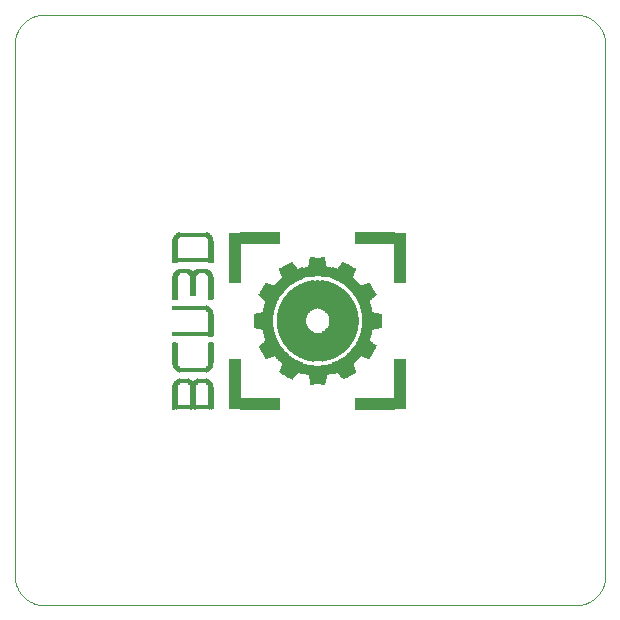
<source format=gbo>
G75*
%MOIN*%
%OFA0B0*%
%FSLAX25Y25*%
%IPPOS*%
%LPD*%
%AMOC8*
5,1,8,0,0,1.08239X$1,22.5*
%
%ADD10C,0.00000*%
%ADD11R,0.00083X0.07299*%
%ADD12R,0.00083X0.07216*%
%ADD13R,0.00083X0.07880*%
%ADD14R,0.00083X0.07382*%
%ADD15R,0.00083X0.01576*%
%ADD16R,0.00083X0.01576*%
%ADD17R,0.00083X0.08128*%
%ADD18R,0.00083X0.07796*%
%ADD19R,0.00083X0.08211*%
%ADD20R,0.00083X0.08377*%
%ADD21R,0.00083X0.08045*%
%ADD22R,0.00083X0.01576*%
%ADD23R,0.00083X0.01576*%
%ADD24R,0.00083X0.08543*%
%ADD25R,0.00083X0.08294*%
%ADD26R,0.00083X0.01576*%
%ADD27R,0.00083X0.01576*%
%ADD28R,0.00083X0.08543*%
%ADD29R,0.00083X0.08626*%
%ADD30R,0.00083X0.08460*%
%ADD31R,0.00083X0.08709*%
%ADD32R,0.00083X0.08792*%
%ADD33R,0.00083X0.08543*%
%ADD34R,0.00083X0.08875*%
%ADD35R,0.00083X0.08875*%
%ADD36R,0.00083X0.08709*%
%ADD37R,0.00083X0.08958*%
%ADD38R,0.00083X0.09041*%
%ADD39R,0.00083X0.08792*%
%ADD40R,0.00083X0.09041*%
%ADD41R,0.00083X0.09124*%
%ADD42R,0.00083X0.08957*%
%ADD43R,0.00083X0.09207*%
%ADD44R,0.00083X0.09206*%
%ADD45R,0.00083X0.09041*%
%ADD46R,0.00083X0.09207*%
%ADD47R,0.00083X0.09290*%
%ADD48R,0.00083X0.09289*%
%ADD49R,0.00083X0.09372*%
%ADD50R,0.00083X0.09372*%
%ADD51R,0.00083X0.09206*%
%ADD52R,0.00083X0.09456*%
%ADD53R,0.00083X0.09456*%
%ADD54R,0.00083X0.09289*%
%ADD55R,0.00083X0.09539*%
%ADD56R,0.00083X0.09538*%
%ADD57R,0.00083X0.09539*%
%ADD58R,0.00083X0.09621*%
%ADD59R,0.00083X0.09621*%
%ADD60R,0.00083X0.09704*%
%ADD61R,0.00083X0.09704*%
%ADD62R,0.00083X0.09787*%
%ADD63R,0.00083X0.09787*%
%ADD64R,0.00083X0.09787*%
%ADD65R,0.00083X0.02405*%
%ADD66R,0.00083X0.02322*%
%ADD67R,0.00083X0.02239*%
%ADD68R,0.00083X0.02406*%
%ADD69R,0.00083X0.02156*%
%ADD70R,0.00083X0.02074*%
%ADD71R,0.00083X0.02157*%
%ADD72R,0.00083X0.01991*%
%ADD73R,0.00083X0.01991*%
%ADD74R,0.00083X0.01576*%
%ADD75R,0.00083X0.01908*%
%ADD76R,0.00083X0.01991*%
%ADD77R,0.00083X0.01576*%
%ADD78R,0.00083X0.01991*%
%ADD79R,0.00083X0.01907*%
%ADD80R,0.00083X0.01908*%
%ADD81R,0.00083X0.01825*%
%ADD82R,0.00083X0.01742*%
%ADD83R,0.00083X0.01825*%
%ADD84R,0.00083X0.01742*%
%ADD85R,0.00083X0.01742*%
%ADD86R,0.00083X0.01825*%
%ADD87R,0.00083X0.01742*%
%ADD88R,0.00083X0.01742*%
%ADD89R,0.00083X0.01659*%
%ADD90R,0.00083X0.01659*%
%ADD91R,0.00083X0.01659*%
%ADD92R,0.00083X0.01659*%
%ADD93R,0.00083X0.01659*%
%ADD94R,0.00083X0.01659*%
%ADD95R,0.00083X0.01825*%
%ADD96R,0.00083X0.02074*%
%ADD97R,0.00083X0.02157*%
%ADD98R,0.00083X0.02074*%
%ADD99R,0.00083X0.02322*%
%ADD100R,0.00083X0.02654*%
%ADD101R,0.00083X0.02571*%
%ADD102R,0.00083X0.08626*%
%ADD103R,0.00083X0.09704*%
%ADD104R,0.00083X0.09621*%
%ADD105R,0.00083X0.08460*%
%ADD106R,0.00083X0.09538*%
%ADD107R,0.00083X0.08460*%
%ADD108R,0.00083X0.09538*%
%ADD109R,0.00083X0.08377*%
%ADD110R,0.00083X0.09456*%
%ADD111R,0.00083X0.08294*%
%ADD112R,0.00083X0.09372*%
%ADD113R,0.00083X0.08128*%
%ADD114R,0.00083X0.08046*%
%ADD115R,0.00083X0.08046*%
%ADD116R,0.00083X0.08294*%
%ADD117R,0.00083X0.09704*%
%ADD118R,0.00083X0.08543*%
%ADD119R,0.00083X0.02488*%
%ADD120R,0.00083X0.02406*%
%ADD121R,0.00083X0.01908*%
%ADD122R,0.00083X0.01659*%
%ADD123R,0.00083X0.01659*%
%ADD124R,0.00083X0.01742*%
%ADD125R,0.00083X0.01742*%
%ADD126R,0.00083X0.01824*%
%ADD127R,0.00083X0.01907*%
%ADD128R,0.00083X0.01908*%
%ADD129R,0.00083X0.01991*%
%ADD130R,0.00083X0.01991*%
%ADD131R,0.00083X0.02156*%
%ADD132R,0.00083X0.02239*%
%ADD133R,0.00083X0.02240*%
%ADD134R,0.00083X0.02156*%
%ADD135R,0.00083X0.02405*%
%ADD136R,0.00083X0.02489*%
%ADD137R,0.00083X0.09953*%
%ADD138R,0.00083X0.09870*%
%ADD139R,0.00083X0.09787*%
%ADD140R,0.00083X0.09704*%
%ADD141R,0.00083X0.09289*%
%ADD142R,0.00083X0.09206*%
%ADD143R,0.00083X0.09455*%
%ADD144R,0.00083X0.09124*%
%ADD145R,0.00083X0.08957*%
%ADD146R,0.00083X0.09041*%
%ADD147R,0.00083X0.08875*%
%ADD148R,0.00083X0.09206*%
%ADD149R,0.00083X0.09041*%
%ADD150R,0.00083X0.08792*%
%ADD151R,0.00083X0.08792*%
%ADD152R,0.00083X0.08626*%
%ADD153R,0.00083X0.08709*%
%ADD154R,0.00083X0.08709*%
%ADD155R,0.00083X0.08294*%
%ADD156R,0.00083X0.08211*%
%ADD157R,0.00083X0.08543*%
%ADD158R,0.00083X0.08377*%
%ADD159R,0.00083X0.07962*%
%ADD160R,0.00083X0.08294*%
%ADD161R,0.00083X0.07713*%
%ADD162R,0.00083X0.07962*%
%ADD163R,0.00083X0.07216*%
%ADD164R,0.00083X0.06967*%
%ADD165R,0.00083X0.07382*%
%ADD166R,0.00083X0.07299*%
%ADD167R,0.00083X0.16754*%
%ADD168R,0.00083X0.16754*%
%ADD169R,0.00083X0.16754*%
%ADD170R,0.00083X0.16754*%
%ADD171R,0.00083X0.03732*%
%ADD172R,0.00083X0.03732*%
%ADD173R,0.00083X0.03732*%
%ADD174R,0.00083X0.03732*%
%ADD175R,0.00083X0.04811*%
%ADD176R,0.00083X0.04811*%
%ADD177R,0.00083X0.04811*%
%ADD178R,0.00083X0.04977*%
%ADD179R,0.00083X0.04977*%
%ADD180R,0.00083X0.05059*%
%ADD181R,0.00083X0.05143*%
%ADD182R,0.00083X0.05143*%
%ADD183R,0.00083X0.05143*%
%ADD184R,0.00083X0.05308*%
%ADD185R,0.00083X0.05308*%
%ADD186R,0.00083X0.05308*%
%ADD187R,0.00083X0.00083*%
%ADD188R,0.00083X0.00083*%
%ADD189R,0.00083X0.05474*%
%ADD190R,0.00083X0.00332*%
%ADD191R,0.00083X0.00249*%
%ADD192R,0.00083X0.05474*%
%ADD193R,0.00083X0.00498*%
%ADD194R,0.00083X0.00498*%
%ADD195R,0.00083X0.05474*%
%ADD196R,0.00083X0.00664*%
%ADD197R,0.00083X0.00746*%
%ADD198R,0.00083X0.00912*%
%ADD199R,0.00083X0.00996*%
%ADD200R,0.00083X0.01161*%
%ADD201R,0.00083X0.01161*%
%ADD202R,0.00083X0.05557*%
%ADD203R,0.00083X0.01327*%
%ADD204R,0.00083X0.01327*%
%ADD205R,0.00083X0.05640*%
%ADD206R,0.00083X0.05640*%
%ADD207R,0.00083X0.05640*%
%ADD208R,0.00083X0.02157*%
%ADD209R,0.00083X0.02239*%
%ADD210R,0.00083X0.02405*%
%ADD211R,0.00083X0.02489*%
%ADD212R,0.00083X0.05806*%
%ADD213R,0.00083X0.02654*%
%ADD214R,0.00083X0.02737*%
%ADD215R,0.00083X0.05806*%
%ADD216R,0.00083X0.02820*%
%ADD217R,0.00083X0.02820*%
%ADD218R,0.00083X0.05806*%
%ADD219R,0.00083X0.03069*%
%ADD220R,0.00083X0.03069*%
%ADD221R,0.00083X0.03318*%
%ADD222R,0.00083X0.03318*%
%ADD223R,0.00083X0.03567*%
%ADD224R,0.00083X0.03483*%
%ADD225R,0.00083X0.05972*%
%ADD226R,0.00083X0.03650*%
%ADD227R,0.00083X0.06802*%
%ADD228R,0.00083X0.03898*%
%ADD229R,0.00083X0.03981*%
%ADD230R,0.00083X0.07631*%
%ADD231R,0.00083X0.04147*%
%ADD232R,0.00083X0.04230*%
%ADD233R,0.00083X0.08294*%
%ADD234R,0.00083X0.04396*%
%ADD235R,0.00083X0.04313*%
%ADD236R,0.00083X0.04562*%
%ADD237R,0.00083X0.04562*%
%ADD238R,0.00083X0.10285*%
%ADD239R,0.00083X0.05059*%
%ADD240R,0.00083X0.10783*%
%ADD241R,0.00083X0.05225*%
%ADD242R,0.00083X0.11280*%
%ADD243R,0.00083X0.05391*%
%ADD244R,0.00083X0.11778*%
%ADD245R,0.00083X0.05723*%
%ADD246R,0.00083X0.12276*%
%ADD247R,0.00083X0.05889*%
%ADD248R,0.00083X0.05889*%
%ADD249R,0.00083X0.12773*%
%ADD250R,0.00083X0.06055*%
%ADD251R,0.00083X0.25297*%
%ADD252R,0.00083X0.25380*%
%ADD253R,0.00083X0.25215*%
%ADD254R,0.00083X0.25131*%
%ADD255R,0.00083X0.25048*%
%ADD256R,0.00083X0.24883*%
%ADD257R,0.00083X0.24883*%
%ADD258R,0.00083X0.24883*%
%ADD259R,0.00083X0.24717*%
%ADD260R,0.00083X0.24717*%
%ADD261R,0.00083X0.24717*%
%ADD262R,0.00083X0.24551*%
%ADD263R,0.00083X0.24551*%
%ADD264R,0.00083X0.24385*%
%ADD265R,0.00083X0.24385*%
%ADD266R,0.00083X0.24385*%
%ADD267R,0.00083X0.24219*%
%ADD268R,0.00083X0.24219*%
%ADD269R,0.00083X0.24136*%
%ADD270R,0.00083X0.24053*%
%ADD271R,0.00083X0.23887*%
%ADD272R,0.00083X0.23887*%
%ADD273R,0.00083X0.23722*%
%ADD274R,0.00083X0.10617*%
%ADD275R,0.00083X0.10534*%
%ADD276R,0.00083X0.09953*%
%ADD277R,0.00083X0.08875*%
%ADD278R,0.00083X0.08709*%
%ADD279R,0.00083X0.08046*%
%ADD280R,0.00083X0.07880*%
%ADD281R,0.00083X0.07797*%
%ADD282R,0.00083X0.07631*%
%ADD283R,0.00083X0.07465*%
%ADD284R,0.00083X0.07216*%
%ADD285R,0.00083X0.07133*%
%ADD286R,0.00083X0.07050*%
%ADD287R,0.00083X0.06884*%
%ADD288R,0.00083X0.06719*%
%ADD289R,0.00083X0.06635*%
%ADD290R,0.00083X0.06635*%
%ADD291R,0.00083X0.06469*%
%ADD292R,0.00083X0.06469*%
%ADD293R,0.00083X0.06387*%
%ADD294R,0.00083X0.06387*%
%ADD295R,0.00083X0.06304*%
%ADD296R,0.00083X0.06220*%
%ADD297R,0.00083X0.06138*%
%ADD298R,0.00083X0.06055*%
%ADD299R,0.00083X0.04645*%
%ADD300R,0.00083X0.05557*%
%ADD301R,0.00083X0.05972*%
%ADD302R,0.00083X0.05889*%
%ADD303R,0.00083X0.06304*%
%ADD304R,0.00083X0.06967*%
%ADD305R,0.00083X0.05723*%
%ADD306R,0.00083X0.07631*%
%ADD307R,0.00083X0.05723*%
%ADD308R,0.00083X0.05557*%
%ADD309R,0.00083X0.00083*%
%ADD310R,0.00083X0.00415*%
%ADD311R,0.00083X0.00166*%
%ADD312R,0.00083X0.09953*%
%ADD313R,0.00083X0.00663*%
%ADD314R,0.00083X0.05391*%
%ADD315R,0.00083X0.10450*%
%ADD316R,0.00083X0.00995*%
%ADD317R,0.00083X0.00830*%
%ADD318R,0.00083X0.05391*%
%ADD319R,0.00083X0.10783*%
%ADD320R,0.00083X0.01244*%
%ADD321R,0.00083X0.01078*%
%ADD322R,0.00083X0.05391*%
%ADD323R,0.00083X0.11114*%
%ADD324R,0.00083X0.01493*%
%ADD325R,0.00083X0.01327*%
%ADD326R,0.00083X0.05226*%
%ADD327R,0.00083X0.11446*%
%ADD328R,0.00083X0.05226*%
%ADD329R,0.00083X0.11861*%
%ADD330R,0.00083X0.12193*%
%ADD331R,0.00083X0.02406*%
%ADD332R,0.00083X0.02240*%
%ADD333R,0.00083X0.12442*%
%ADD334R,0.00083X0.12773*%
%ADD335R,0.00083X0.02903*%
%ADD336R,0.00083X0.02820*%
%ADD337R,0.00083X0.13105*%
%ADD338R,0.00083X0.03235*%
%ADD339R,0.00083X0.02986*%
%ADD340R,0.00083X0.04976*%
%ADD341R,0.00083X0.13437*%
%ADD342R,0.00083X0.04976*%
%ADD343R,0.00083X0.13769*%
%ADD344R,0.00083X0.08543*%
%ADD345R,0.00083X0.13935*%
%ADD346R,0.00083X0.14266*%
%ADD347R,0.00083X0.08377*%
%ADD348R,0.00083X0.14432*%
%ADD349R,0.00083X0.14764*%
%ADD350R,0.00083X0.15013*%
%ADD351R,0.00083X0.08211*%
%ADD352R,0.00083X0.15261*%
%ADD353R,0.00083X0.08211*%
%ADD354R,0.00083X0.15428*%
%ADD355R,0.00083X0.15759*%
%ADD356R,0.00083X0.15925*%
%ADD357R,0.00083X0.08045*%
%ADD358R,0.00083X0.16257*%
%ADD359R,0.00083X0.07963*%
%ADD360R,0.00083X0.16423*%
%ADD361R,0.00083X0.07963*%
%ADD362R,0.00083X0.16588*%
%ADD363R,0.00083X0.16920*%
%ADD364R,0.00083X0.17086*%
%ADD365R,0.00083X0.07796*%
%ADD366R,0.00083X0.17252*%
%ADD367R,0.00083X0.17418*%
%ADD368R,0.00083X0.07797*%
%ADD369R,0.00083X0.17583*%
%ADD370R,0.00083X0.07714*%
%ADD371R,0.00083X0.17916*%
%ADD372R,0.00083X0.18081*%
%ADD373R,0.00083X0.07713*%
%ADD374R,0.00083X0.18247*%
%ADD375R,0.00083X0.07714*%
%ADD376R,0.00083X0.18413*%
%ADD377R,0.00083X0.18579*%
%ADD378R,0.00083X0.18745*%
%ADD379R,0.00083X0.18911*%
%ADD380R,0.00083X0.07548*%
%ADD381R,0.00083X0.19077*%
%ADD382R,0.00083X0.07548*%
%ADD383R,0.00083X0.19243*%
%ADD384R,0.00083X0.19409*%
%ADD385R,0.00083X0.07548*%
%ADD386R,0.00083X0.19575*%
%ADD387R,0.00083X0.07548*%
%ADD388R,0.00083X0.19740*%
%ADD389R,0.00083X0.07465*%
%ADD390R,0.00083X0.19906*%
%ADD391R,0.00083X0.07465*%
%ADD392R,0.00083X0.20072*%
%ADD393R,0.00083X0.07465*%
%ADD394R,0.00083X0.20238*%
%ADD395R,0.00083X0.20404*%
%ADD396R,0.00083X0.20404*%
%ADD397R,0.00083X0.07382*%
%ADD398R,0.00083X0.20570*%
%ADD399R,0.00083X0.20735*%
%ADD400R,0.00083X0.20902*%
%ADD401R,0.00083X0.07299*%
%ADD402R,0.00083X0.21068*%
%ADD403R,0.00083X0.07133*%
%ADD404R,0.00083X0.07216*%
%ADD405R,0.00083X0.21233*%
%ADD406R,0.00083X0.21233*%
%ADD407R,0.00083X0.06967*%
%ADD408R,0.00083X0.21399*%
%ADD409R,0.00083X0.06719*%
%ADD410R,0.00083X0.06718*%
%ADD411R,0.00083X0.21565*%
%ADD412R,0.00083X0.06469*%
%ADD413R,0.00083X0.06635*%
%ADD414R,0.00083X0.21731*%
%ADD415R,0.00083X0.06387*%
%ADD416R,0.00083X0.06470*%
%ADD417R,0.00083X0.21731*%
%ADD418R,0.00083X0.06221*%
%ADD419R,0.00083X0.21897*%
%ADD420R,0.00083X0.06221*%
%ADD421R,0.00083X0.22063*%
%ADD422R,0.00083X0.05972*%
%ADD423R,0.00083X0.22146*%
%ADD424R,0.00083X0.22228*%
%ADD425R,0.00083X0.05723*%
%ADD426R,0.00083X0.22394*%
%ADD427R,0.00083X0.05474*%
%ADD428R,0.00083X0.22561*%
%ADD429R,0.00083X0.22726*%
%ADD430R,0.00083X0.22809*%
%ADD431R,0.00083X0.04976*%
%ADD432R,0.00083X0.22892*%
%ADD433R,0.00083X0.04728*%
%ADD434R,0.00083X0.04893*%
%ADD435R,0.00083X0.23058*%
%ADD436R,0.00083X0.04644*%
%ADD437R,0.00083X0.04728*%
%ADD438R,0.00083X0.23058*%
%ADD439R,0.00083X0.04479*%
%ADD440R,0.00083X0.04645*%
%ADD441R,0.00083X0.23224*%
%ADD442R,0.00083X0.04396*%
%ADD443R,0.00083X0.04479*%
%ADD444R,0.00083X0.23390*%
%ADD445R,0.00083X0.04230*%
%ADD446R,0.00083X0.23390*%
%ADD447R,0.00083X0.04147*%
%ADD448R,0.00083X0.04147*%
%ADD449R,0.00083X0.23556*%
%ADD450R,0.00083X0.03898*%
%ADD451R,0.00083X0.04064*%
%ADD452R,0.00083X0.23556*%
%ADD453R,0.00083X0.03898*%
%ADD454R,0.00083X0.23721*%
%ADD455R,0.00083X0.03815*%
%ADD456R,0.00083X0.03815*%
%ADD457R,0.00083X0.23721*%
%ADD458R,0.00083X0.03815*%
%ADD459R,0.00083X0.24054*%
%ADD460R,0.00083X0.24054*%
%ADD461R,0.00083X0.24219*%
%ADD462R,0.00083X0.03733*%
%ADD463R,0.00083X0.03733*%
%ADD464R,0.00083X0.24385*%
%ADD465R,0.00083X0.24551*%
%ADD466R,0.00083X0.24551*%
%ADD467R,0.00083X0.24551*%
%ADD468R,0.00083X0.24717*%
%ADD469R,0.00083X0.03650*%
%ADD470R,0.00083X0.24717*%
%ADD471R,0.00083X0.03733*%
%ADD472R,0.00083X0.25049*%
%ADD473R,0.00083X0.25049*%
%ADD474R,0.00083X0.03649*%
%ADD475R,0.00083X0.25049*%
%ADD476R,0.00083X0.03649*%
%ADD477R,0.00083X0.25214*%
%ADD478R,0.00083X0.03649*%
%ADD479R,0.00083X0.25214*%
%ADD480R,0.00083X0.03650*%
%ADD481R,0.00083X0.25380*%
%ADD482R,0.00083X0.25380*%
%ADD483R,0.00083X0.25546*%
%ADD484R,0.00083X0.25546*%
%ADD485R,0.00083X0.25546*%
%ADD486R,0.00083X0.25712*%
%ADD487R,0.00083X0.03567*%
%ADD488R,0.00083X0.25712*%
%ADD489R,0.00083X0.03649*%
%ADD490R,0.00083X0.12690*%
%ADD491R,0.00083X0.12109*%
%ADD492R,0.00083X0.11612*%
%ADD493R,0.00083X0.11446*%
%ADD494R,0.00083X0.11197*%
%ADD495R,0.00083X0.11031*%
%ADD496R,0.00083X0.11115*%
%ADD497R,0.00083X0.11031*%
%ADD498R,0.00083X0.03567*%
%ADD499R,0.00083X0.10866*%
%ADD500R,0.00083X0.10617*%
%ADD501R,0.00083X0.10617*%
%ADD502R,0.00083X0.10533*%
%ADD503R,0.00083X0.03484*%
%ADD504R,0.00083X0.10451*%
%ADD505R,0.00083X0.04064*%
%ADD506R,0.00083X0.10368*%
%ADD507R,0.00083X0.04479*%
%ADD508R,0.00083X0.10368*%
%ADD509R,0.00083X0.04894*%
%ADD510R,0.00083X0.04977*%
%ADD511R,0.00083X0.10202*%
%ADD512R,0.00083X0.05806*%
%ADD513R,0.00083X0.10119*%
%ADD514R,0.00083X0.10036*%
%ADD515R,0.00083X0.06470*%
%ADD516R,0.00083X0.06221*%
%ADD517R,0.00083X0.10119*%
%ADD518R,0.00083X0.06470*%
%ADD519R,0.00083X0.10036*%
%ADD520R,0.00083X0.06470*%
%ADD521R,0.00083X0.09953*%
%ADD522R,0.00083X0.09870*%
%ADD523R,0.00083X0.09787*%
%ADD524R,0.00083X0.06304*%
%ADD525R,0.00083X0.06304*%
%ADD526R,0.00083X0.09539*%
%ADD527R,0.00083X0.06304*%
%ADD528R,0.00083X0.09539*%
%ADD529R,0.00083X0.09456*%
%ADD530R,0.00083X0.06387*%
%ADD531R,0.00083X0.09621*%
%ADD532R,0.00083X0.09870*%
%ADD533R,0.00083X0.09870*%
%ADD534R,0.00083X0.09953*%
%ADD535R,0.00083X0.06221*%
%ADD536R,0.00083X0.10036*%
%ADD537R,0.00083X0.05723*%
%ADD538R,0.00083X0.10285*%
%ADD539R,0.00083X0.04479*%
%ADD540R,0.00083X0.04894*%
%ADD541R,0.00083X0.10368*%
%ADD542R,0.00083X0.10700*%
%ADD543R,0.00083X0.03567*%
%ADD544R,0.00083X0.10866*%
%ADD545R,0.00083X0.10948*%
%ADD546R,0.00083X0.11115*%
%ADD547R,0.00083X0.11197*%
%ADD548R,0.00083X0.11363*%
%ADD549R,0.00083X0.11529*%
%ADD550R,0.00083X0.11695*%
%ADD551R,0.00083X0.12027*%
%ADD552R,0.00083X0.12441*%
%ADD553R,0.00083X0.25795*%
%ADD554R,0.00083X0.25630*%
%ADD555R,0.00083X0.25214*%
%ADD556R,0.00083X0.24883*%
%ADD557R,0.00083X0.24717*%
%ADD558R,0.00083X0.03733*%
%ADD559R,0.00083X0.24219*%
%ADD560R,0.00083X0.23887*%
%ADD561R,0.00083X0.23639*%
%ADD562R,0.00083X0.04313*%
%ADD563R,0.00083X0.04479*%
%ADD564R,0.00083X0.04396*%
%ADD565R,0.00083X0.23224*%
%ADD566R,0.00083X0.23224*%
%ADD567R,0.00083X0.04644*%
%ADD568R,0.00083X0.04893*%
%ADD569R,0.00083X0.04728*%
%ADD570R,0.00083X0.22892*%
%ADD571R,0.00083X0.04976*%
%ADD572R,0.00083X0.22726*%
%ADD573R,0.00083X0.22561*%
%ADD574R,0.00083X0.22561*%
%ADD575R,0.00083X0.05640*%
%ADD576R,0.00083X0.05474*%
%ADD577R,0.00083X0.22394*%
%ADD578R,0.00083X0.05723*%
%ADD579R,0.00083X0.22228*%
%ADD580R,0.00083X0.05972*%
%ADD581R,0.00083X0.22063*%
%ADD582R,0.00083X0.06055*%
%ADD583R,0.00083X0.21897*%
%ADD584R,0.00083X0.06884*%
%ADD585R,0.00083X0.21399*%
%ADD586R,0.00083X0.20653*%
%ADD587R,0.00083X0.07382*%
%ADD588R,0.00083X0.20570*%
%ADD589R,0.00083X0.20238*%
%ADD590R,0.00083X0.20072*%
%ADD591R,0.00083X0.19740*%
%ADD592R,0.00083X0.07548*%
%ADD593R,0.00083X0.19575*%
%ADD594R,0.00083X0.07548*%
%ADD595R,0.00083X0.19243*%
%ADD596R,0.00083X0.19077*%
%ADD597R,0.00083X0.18745*%
%ADD598R,0.00083X0.07714*%
%ADD599R,0.00083X0.18579*%
%ADD600R,0.00083X0.07713*%
%ADD601R,0.00083X0.18081*%
%ADD602R,0.00083X0.17916*%
%ADD603R,0.00083X0.17750*%
%ADD604R,0.00083X0.17501*%
%ADD605R,0.00083X0.07880*%
%ADD606R,0.00083X0.07963*%
%ADD607R,0.00083X0.07963*%
%ADD608R,0.00083X0.16423*%
%ADD609R,0.00083X0.16091*%
%ADD610R,0.00083X0.15759*%
%ADD611R,0.00083X0.15593*%
%ADD612R,0.00083X0.15261*%
%ADD613R,0.00083X0.15095*%
%ADD614R,0.00083X0.14598*%
%ADD615R,0.00083X0.14266*%
%ADD616R,0.00083X0.14100*%
%ADD617R,0.00083X0.13271*%
%ADD618R,0.00083X0.02986*%
%ADD619R,0.00083X0.12939*%
%ADD620R,0.00083X0.02737*%
%ADD621R,0.00083X0.12607*%
%ADD622R,0.00083X0.12276*%
%ADD623R,0.00083X0.11944*%
%ADD624R,0.00083X0.11612*%
%ADD625R,0.00083X0.01410*%
%ADD626R,0.00083X0.01493*%
%ADD627R,0.00083X0.01078*%
%ADD628R,0.00083X0.01244*%
%ADD629R,0.00083X0.10948*%
%ADD630R,0.00083X0.00830*%
%ADD631R,0.00083X0.00746*%
%ADD632R,0.00083X0.00166*%
%ADD633R,0.00083X0.00415*%
%ADD634R,0.00083X0.05557*%
%ADD635R,0.00083X0.07133*%
%ADD636R,0.00083X0.05806*%
%ADD637R,0.00083X0.06055*%
%ADD638R,0.00083X0.06138*%
%ADD639R,0.00083X0.03981*%
%ADD640R,0.00083X0.07465*%
%ADD641R,0.00083X0.08294*%
%ADD642R,0.00083X0.08460*%
%ADD643R,0.00083X0.10451*%
%ADD644R,0.00083X0.10617*%
%ADD645R,0.00083X0.23722*%
%ADD646R,0.00083X0.23887*%
%ADD647R,0.00083X0.24053*%
%ADD648R,0.00083X0.24717*%
%ADD649R,0.00083X0.25048*%
%ADD650R,0.00083X0.25131*%
%ADD651R,0.00083X0.25215*%
%ADD652R,0.00083X0.25297*%
%ADD653R,0.00083X0.06137*%
%ADD654R,0.00083X0.11861*%
%ADD655R,0.00083X0.05391*%
%ADD656R,0.00083X0.11363*%
%ADD657R,0.00083X0.05225*%
%ADD658R,0.00083X0.09041*%
%ADD659R,0.00083X0.04396*%
%ADD660R,0.00083X0.03981*%
%ADD661R,0.00083X0.03898*%
%ADD662R,0.00083X0.06802*%
%ADD663R,0.00083X0.03069*%
%ADD664R,0.00083X0.02903*%
%ADD665R,0.00083X0.02737*%
%ADD666R,0.00083X0.02654*%
%ADD667R,0.00083X0.01991*%
%ADD668R,0.00083X0.01161*%
%ADD669R,0.00083X0.00664*%
%ADD670R,0.00083X0.00581*%
%ADD671R,0.00083X0.00332*%
%ADD672R,0.00083X0.05226*%
%ADD673R,0.00083X0.04977*%
D10*
X0015380Y0032555D02*
X0192545Y0032555D01*
X0192783Y0032558D01*
X0193021Y0032566D01*
X0193258Y0032581D01*
X0193495Y0032601D01*
X0193731Y0032627D01*
X0193967Y0032658D01*
X0194202Y0032695D01*
X0194436Y0032738D01*
X0194669Y0032787D01*
X0194901Y0032841D01*
X0195131Y0032901D01*
X0195360Y0032966D01*
X0195587Y0033037D01*
X0195812Y0033113D01*
X0196035Y0033195D01*
X0196257Y0033282D01*
X0196476Y0033374D01*
X0196693Y0033472D01*
X0196907Y0033574D01*
X0197119Y0033682D01*
X0197329Y0033796D01*
X0197535Y0033914D01*
X0197739Y0034037D01*
X0197939Y0034165D01*
X0198136Y0034297D01*
X0198331Y0034435D01*
X0198521Y0034577D01*
X0198709Y0034724D01*
X0198892Y0034875D01*
X0199072Y0035030D01*
X0199248Y0035190D01*
X0199420Y0035354D01*
X0199589Y0035523D01*
X0199753Y0035695D01*
X0199913Y0035871D01*
X0200068Y0036051D01*
X0200219Y0036234D01*
X0200366Y0036422D01*
X0200508Y0036612D01*
X0200646Y0036807D01*
X0200778Y0037004D01*
X0200906Y0037204D01*
X0201029Y0037408D01*
X0201147Y0037614D01*
X0201261Y0037824D01*
X0201369Y0038036D01*
X0201471Y0038250D01*
X0201569Y0038467D01*
X0201661Y0038686D01*
X0201748Y0038908D01*
X0201830Y0039131D01*
X0201906Y0039356D01*
X0201977Y0039583D01*
X0202042Y0039812D01*
X0202102Y0040042D01*
X0202156Y0040274D01*
X0202205Y0040507D01*
X0202248Y0040741D01*
X0202285Y0040976D01*
X0202316Y0041212D01*
X0202342Y0041448D01*
X0202362Y0041685D01*
X0202377Y0041922D01*
X0202385Y0042160D01*
X0202388Y0042398D01*
X0202387Y0042398D02*
X0202387Y0219563D01*
X0202388Y0219563D02*
X0202385Y0219801D01*
X0202377Y0220039D01*
X0202362Y0220276D01*
X0202342Y0220513D01*
X0202316Y0220749D01*
X0202285Y0220985D01*
X0202248Y0221220D01*
X0202205Y0221454D01*
X0202156Y0221687D01*
X0202102Y0221919D01*
X0202042Y0222149D01*
X0201977Y0222378D01*
X0201906Y0222605D01*
X0201830Y0222830D01*
X0201748Y0223053D01*
X0201661Y0223275D01*
X0201569Y0223494D01*
X0201471Y0223711D01*
X0201369Y0223925D01*
X0201261Y0224137D01*
X0201147Y0224347D01*
X0201029Y0224553D01*
X0200906Y0224757D01*
X0200778Y0224957D01*
X0200646Y0225154D01*
X0200508Y0225349D01*
X0200366Y0225539D01*
X0200219Y0225727D01*
X0200068Y0225910D01*
X0199913Y0226090D01*
X0199753Y0226266D01*
X0199589Y0226438D01*
X0199420Y0226607D01*
X0199248Y0226771D01*
X0199072Y0226931D01*
X0198892Y0227086D01*
X0198709Y0227237D01*
X0198521Y0227384D01*
X0198331Y0227526D01*
X0198136Y0227664D01*
X0197939Y0227796D01*
X0197739Y0227924D01*
X0197535Y0228047D01*
X0197329Y0228165D01*
X0197119Y0228279D01*
X0196907Y0228387D01*
X0196693Y0228489D01*
X0196476Y0228587D01*
X0196257Y0228679D01*
X0196035Y0228766D01*
X0195812Y0228848D01*
X0195587Y0228924D01*
X0195360Y0228995D01*
X0195131Y0229060D01*
X0194901Y0229120D01*
X0194669Y0229174D01*
X0194436Y0229223D01*
X0194202Y0229266D01*
X0193967Y0229303D01*
X0193731Y0229334D01*
X0193495Y0229360D01*
X0193258Y0229380D01*
X0193021Y0229395D01*
X0192783Y0229403D01*
X0192545Y0229406D01*
X0015380Y0229406D01*
X0015142Y0229403D01*
X0014904Y0229395D01*
X0014667Y0229380D01*
X0014430Y0229360D01*
X0014194Y0229334D01*
X0013958Y0229303D01*
X0013723Y0229266D01*
X0013489Y0229223D01*
X0013256Y0229174D01*
X0013024Y0229120D01*
X0012794Y0229060D01*
X0012565Y0228995D01*
X0012338Y0228924D01*
X0012113Y0228848D01*
X0011890Y0228766D01*
X0011668Y0228679D01*
X0011449Y0228587D01*
X0011232Y0228489D01*
X0011018Y0228387D01*
X0010806Y0228279D01*
X0010596Y0228165D01*
X0010390Y0228047D01*
X0010186Y0227924D01*
X0009986Y0227796D01*
X0009789Y0227664D01*
X0009594Y0227526D01*
X0009404Y0227384D01*
X0009216Y0227237D01*
X0009033Y0227086D01*
X0008853Y0226931D01*
X0008677Y0226771D01*
X0008505Y0226607D01*
X0008336Y0226438D01*
X0008172Y0226266D01*
X0008012Y0226090D01*
X0007857Y0225910D01*
X0007706Y0225727D01*
X0007559Y0225539D01*
X0007417Y0225349D01*
X0007279Y0225154D01*
X0007147Y0224957D01*
X0007019Y0224757D01*
X0006896Y0224553D01*
X0006778Y0224347D01*
X0006664Y0224137D01*
X0006556Y0223925D01*
X0006454Y0223711D01*
X0006356Y0223494D01*
X0006264Y0223275D01*
X0006177Y0223053D01*
X0006095Y0222830D01*
X0006019Y0222605D01*
X0005948Y0222378D01*
X0005883Y0222149D01*
X0005823Y0221919D01*
X0005769Y0221687D01*
X0005720Y0221454D01*
X0005677Y0221220D01*
X0005640Y0220985D01*
X0005609Y0220749D01*
X0005583Y0220513D01*
X0005563Y0220276D01*
X0005548Y0220039D01*
X0005540Y0219801D01*
X0005537Y0219563D01*
X0005537Y0042398D01*
X0005540Y0042160D01*
X0005548Y0041922D01*
X0005563Y0041685D01*
X0005583Y0041448D01*
X0005609Y0041212D01*
X0005640Y0040976D01*
X0005677Y0040741D01*
X0005720Y0040507D01*
X0005769Y0040274D01*
X0005823Y0040042D01*
X0005883Y0039812D01*
X0005948Y0039583D01*
X0006019Y0039356D01*
X0006095Y0039131D01*
X0006177Y0038908D01*
X0006264Y0038686D01*
X0006356Y0038467D01*
X0006454Y0038250D01*
X0006556Y0038036D01*
X0006664Y0037824D01*
X0006778Y0037614D01*
X0006896Y0037408D01*
X0007019Y0037204D01*
X0007147Y0037004D01*
X0007279Y0036807D01*
X0007417Y0036612D01*
X0007559Y0036422D01*
X0007706Y0036234D01*
X0007857Y0036051D01*
X0008012Y0035871D01*
X0008172Y0035695D01*
X0008336Y0035523D01*
X0008505Y0035354D01*
X0008677Y0035190D01*
X0008853Y0035030D01*
X0009033Y0034875D01*
X0009216Y0034724D01*
X0009404Y0034577D01*
X0009594Y0034435D01*
X0009789Y0034297D01*
X0009986Y0034165D01*
X0010186Y0034037D01*
X0010390Y0033914D01*
X0010596Y0033796D01*
X0010806Y0033682D01*
X0011018Y0033574D01*
X0011232Y0033472D01*
X0011449Y0033374D01*
X0011668Y0033282D01*
X0011890Y0033195D01*
X0012113Y0033113D01*
X0012338Y0033037D01*
X0012565Y0032966D01*
X0012794Y0032901D01*
X0013024Y0032841D01*
X0013256Y0032787D01*
X0013489Y0032738D01*
X0013723Y0032695D01*
X0013958Y0032658D01*
X0014194Y0032627D01*
X0014430Y0032601D01*
X0014667Y0032581D01*
X0014904Y0032566D01*
X0015142Y0032558D01*
X0015380Y0032555D01*
X0057950Y0097955D02*
X0057922Y0097983D01*
X0057922Y0098038D01*
X0057950Y0098066D01*
X0057950Y0098108D02*
X0057922Y0098108D01*
X0057922Y0098135D01*
X0057950Y0098135D01*
X0057950Y0098108D01*
X0058005Y0098108D02*
X0058033Y0098108D01*
X0058033Y0098135D01*
X0058005Y0098135D01*
X0058005Y0098108D01*
X0058061Y0098066D02*
X0058088Y0098038D01*
X0058088Y0097983D01*
X0058061Y0097955D01*
X0057950Y0097955D01*
X0057922Y0098184D02*
X0058088Y0098295D01*
X0058088Y0098337D02*
X0057950Y0098337D01*
X0057922Y0098364D01*
X0057922Y0098420D01*
X0057950Y0098447D01*
X0058088Y0098447D01*
X0058033Y0098517D02*
X0058033Y0098600D01*
X0058005Y0098642D02*
X0058033Y0098670D01*
X0058033Y0098725D01*
X0058005Y0098752D01*
X0057978Y0098752D01*
X0057978Y0098642D01*
X0058005Y0098642D02*
X0057950Y0098642D01*
X0057922Y0098670D01*
X0057922Y0098725D01*
X0057922Y0098794D02*
X0058033Y0098794D01*
X0057978Y0098794D02*
X0058033Y0098850D01*
X0058033Y0098877D01*
X0058005Y0098922D02*
X0058033Y0098949D01*
X0058033Y0099032D01*
X0057978Y0099005D02*
X0057978Y0098949D01*
X0058005Y0098922D01*
X0057922Y0098922D02*
X0057922Y0099005D01*
X0057950Y0099032D01*
X0057978Y0099005D01*
X0057922Y0099074D02*
X0058088Y0099185D01*
X0058033Y0099227D02*
X0058033Y0099255D01*
X0058005Y0099282D01*
X0058033Y0099310D01*
X0058005Y0099337D01*
X0057922Y0099337D01*
X0057950Y0099379D02*
X0057922Y0099407D01*
X0057922Y0099490D01*
X0057950Y0099532D02*
X0057922Y0099560D01*
X0057922Y0099615D01*
X0057950Y0099643D01*
X0058005Y0099643D01*
X0058033Y0099615D01*
X0058033Y0099560D01*
X0058005Y0099532D01*
X0057950Y0099532D01*
X0058033Y0099490D02*
X0058033Y0099407D01*
X0058005Y0099379D01*
X0057950Y0099379D01*
X0057922Y0099282D02*
X0058005Y0099282D01*
X0058033Y0099227D02*
X0057922Y0099227D01*
X0057922Y0099685D02*
X0057922Y0099768D01*
X0057950Y0099795D01*
X0058005Y0099795D01*
X0058033Y0099768D01*
X0058033Y0099685D01*
X0058088Y0099685D02*
X0057922Y0099685D01*
X0057922Y0099837D02*
X0057922Y0099893D01*
X0057922Y0099865D02*
X0058088Y0099865D01*
X0058088Y0099837D01*
X0058005Y0099939D02*
X0058033Y0099967D01*
X0058033Y0100022D01*
X0058005Y0100050D01*
X0057978Y0100050D01*
X0057978Y0099939D01*
X0058005Y0099939D02*
X0057950Y0099939D01*
X0057922Y0099967D01*
X0057922Y0100022D01*
X0057922Y0100092D02*
X0058033Y0100092D01*
X0058033Y0100147D02*
X0058033Y0100175D01*
X0058033Y0100147D02*
X0057978Y0100092D01*
X0057922Y0100219D02*
X0058088Y0100329D01*
X0058088Y0100371D02*
X0058088Y0100454D01*
X0058061Y0100482D01*
X0057950Y0100482D01*
X0057922Y0100454D01*
X0057922Y0100371D01*
X0058088Y0100371D01*
X0058005Y0100524D02*
X0058033Y0100552D01*
X0058033Y0100607D01*
X0058005Y0100635D01*
X0057978Y0100635D01*
X0057978Y0100524D01*
X0058005Y0100524D02*
X0057950Y0100524D01*
X0057922Y0100552D01*
X0057922Y0100607D01*
X0057922Y0100677D02*
X0057922Y0100760D01*
X0057950Y0100787D01*
X0057978Y0100760D01*
X0057978Y0100704D01*
X0058005Y0100677D01*
X0058033Y0100704D01*
X0058033Y0100787D01*
X0057978Y0100829D02*
X0058033Y0100912D01*
X0058033Y0100956D02*
X0058033Y0101012D01*
X0058061Y0100984D02*
X0057950Y0100984D01*
X0057922Y0101012D01*
X0057950Y0101058D02*
X0057922Y0101086D01*
X0057922Y0101141D01*
X0057950Y0101169D01*
X0058005Y0101169D01*
X0058033Y0101141D01*
X0058033Y0101086D01*
X0058005Y0101058D01*
X0057950Y0101058D01*
X0057922Y0100912D02*
X0057978Y0100829D01*
X0057922Y0100829D02*
X0058088Y0100829D01*
X0058033Y0101211D02*
X0058033Y0101294D01*
X0058005Y0101321D01*
X0057950Y0101321D01*
X0057922Y0101294D01*
X0057922Y0101211D01*
X0057867Y0101211D02*
X0058033Y0101211D01*
X0057922Y0101363D02*
X0058088Y0101474D01*
X0058088Y0101516D02*
X0058088Y0101544D01*
X0057922Y0101544D01*
X0057922Y0101571D02*
X0057922Y0101516D01*
X0057950Y0101618D02*
X0057922Y0101645D01*
X0057922Y0101701D01*
X0057950Y0101728D01*
X0058005Y0101728D01*
X0058033Y0101701D01*
X0058033Y0101645D01*
X0058005Y0101618D01*
X0057950Y0101618D01*
X0057950Y0101770D02*
X0057922Y0101798D01*
X0057922Y0101881D01*
X0057895Y0101881D02*
X0058033Y0101881D01*
X0058033Y0101798D01*
X0058005Y0101770D01*
X0057950Y0101770D01*
X0057867Y0101826D02*
X0057867Y0101853D01*
X0057895Y0101881D01*
X0057950Y0101923D02*
X0057922Y0101951D01*
X0057922Y0102006D01*
X0057950Y0102034D01*
X0058005Y0102034D01*
X0058033Y0102006D01*
X0058033Y0101951D01*
X0058005Y0101923D01*
X0057950Y0101923D01*
X0057922Y0102076D02*
X0057922Y0102158D01*
X0057950Y0102186D01*
X0057978Y0102186D01*
X0058005Y0102158D01*
X0058005Y0102076D01*
X0058005Y0102158D02*
X0058033Y0102186D01*
X0058061Y0102186D01*
X0058088Y0102158D01*
X0058088Y0102076D01*
X0057922Y0102076D01*
X0057922Y0102228D02*
X0057978Y0102283D01*
X0057922Y0102339D01*
X0058088Y0102339D01*
X0058088Y0102228D02*
X0057922Y0102228D01*
X0057922Y0102381D02*
X0057922Y0102408D01*
X0057950Y0102408D01*
X0057950Y0102381D01*
X0057922Y0102381D01*
X0057922Y0102457D02*
X0057922Y0102540D01*
X0057950Y0102568D01*
X0058005Y0102568D01*
X0058033Y0102540D01*
X0058033Y0102457D01*
X0058088Y0102457D02*
X0057922Y0102457D01*
X0057922Y0102610D02*
X0058033Y0102610D01*
X0058033Y0102637D01*
X0058005Y0102665D01*
X0058033Y0102693D01*
X0058005Y0102720D01*
X0057922Y0102720D01*
X0057922Y0102762D02*
X0057922Y0102845D01*
X0057950Y0102873D01*
X0058005Y0102873D01*
X0058033Y0102845D01*
X0058033Y0102762D01*
X0057867Y0102762D01*
X0057922Y0102665D02*
X0058005Y0102665D01*
X0057950Y0098600D02*
X0057978Y0098572D01*
X0057978Y0098517D01*
X0058005Y0098489D01*
X0058033Y0098517D01*
X0057922Y0098489D02*
X0057922Y0098572D01*
X0057950Y0098600D01*
D11*
X0058337Y0101563D03*
X0058337Y0138141D03*
X0120959Y0119396D03*
D12*
X0058337Y0150375D03*
D13*
X0058420Y0150624D03*
X0058420Y0138431D03*
X0071774Y0138431D03*
X0071774Y0150624D03*
X0096076Y0141832D03*
X0117226Y0141832D03*
X0121125Y0119686D03*
X0117226Y0112885D03*
X0096076Y0112885D03*
X0058420Y0101854D03*
D14*
X0058420Y0116451D03*
X0115402Y0111558D03*
X0115402Y0143159D03*
D15*
X0069368Y0156015D03*
X0069368Y0122921D03*
X0069451Y0122921D03*
X0069617Y0122921D03*
X0069700Y0122921D03*
X0069949Y0122921D03*
X0070115Y0122921D03*
X0069202Y0122921D03*
X0069120Y0122921D03*
X0068871Y0122921D03*
X0068705Y0122921D03*
X0068456Y0122921D03*
X0068207Y0122921D03*
X0068041Y0122921D03*
X0067792Y0122921D03*
X0067710Y0122921D03*
X0067544Y0122921D03*
X0067461Y0122921D03*
X0067212Y0122921D03*
X0067046Y0122921D03*
X0066797Y0122921D03*
X0066548Y0122921D03*
X0066300Y0122921D03*
X0066134Y0122921D03*
X0065885Y0122921D03*
X0065802Y0122921D03*
X0065636Y0122921D03*
X0065553Y0122921D03*
X0065304Y0122921D03*
X0065138Y0122921D03*
X0064889Y0122921D03*
X0064641Y0122921D03*
X0064392Y0122921D03*
X0064226Y0122921D03*
X0063977Y0122921D03*
X0063894Y0122921D03*
X0063728Y0122921D03*
X0063645Y0122921D03*
X0063397Y0122921D03*
X0063231Y0122921D03*
X0062982Y0122921D03*
X0062733Y0122921D03*
X0062567Y0122921D03*
X0062318Y0122921D03*
X0062235Y0122921D03*
X0062069Y0122921D03*
X0061986Y0122921D03*
X0061821Y0122921D03*
X0061738Y0122921D03*
X0061489Y0122921D03*
X0061323Y0122921D03*
X0061074Y0122921D03*
X0060825Y0122921D03*
X0060659Y0122921D03*
X0060411Y0122921D03*
X0060328Y0122921D03*
X0060162Y0122921D03*
X0060079Y0122921D03*
X0059830Y0122921D03*
X0059664Y0122921D03*
X0059415Y0122921D03*
X0059166Y0122921D03*
X0058918Y0122921D03*
X0058752Y0122921D03*
X0058503Y0122921D03*
X0058420Y0122921D03*
X0060079Y0098702D03*
X0060162Y0098702D03*
X0060328Y0098702D03*
X0060411Y0098702D03*
X0060659Y0098702D03*
X0060825Y0098702D03*
X0061074Y0098702D03*
X0061323Y0098702D03*
X0061489Y0098702D03*
X0061738Y0098702D03*
X0061821Y0098702D03*
X0061986Y0098702D03*
X0062069Y0098702D03*
X0062235Y0098702D03*
X0062318Y0098702D03*
X0062567Y0098702D03*
X0062733Y0098702D03*
X0062982Y0098702D03*
X0063231Y0098702D03*
X0063397Y0098702D03*
X0063645Y0098702D03*
X0063728Y0098702D03*
X0063894Y0098702D03*
X0063977Y0098702D03*
X0064226Y0098702D03*
X0065885Y0098702D03*
X0066134Y0098702D03*
X0066300Y0098702D03*
X0066548Y0098702D03*
X0066797Y0098702D03*
X0067046Y0098702D03*
X0067212Y0098702D03*
X0067461Y0098702D03*
X0067544Y0098702D03*
X0067710Y0098702D03*
X0067792Y0098702D03*
X0068041Y0098702D03*
X0068207Y0098702D03*
X0068456Y0098702D03*
X0068705Y0098702D03*
X0068871Y0098702D03*
X0069120Y0098702D03*
X0069202Y0098702D03*
X0069368Y0098702D03*
X0069451Y0098702D03*
X0069617Y0098702D03*
X0069700Y0098702D03*
X0069949Y0098702D03*
X0070115Y0098702D03*
D16*
X0069202Y0107245D03*
X0068871Y0107328D03*
X0068705Y0107328D03*
X0068456Y0107328D03*
X0068207Y0107328D03*
X0068041Y0107328D03*
X0067792Y0107328D03*
X0067710Y0107328D03*
X0067544Y0107328D03*
X0067461Y0107328D03*
X0067212Y0107328D03*
X0067212Y0110894D03*
X0067046Y0110894D03*
X0066797Y0110894D03*
X0066548Y0110894D03*
X0066300Y0110894D03*
X0066134Y0110894D03*
X0065885Y0110894D03*
X0065802Y0110894D03*
X0065636Y0110894D03*
X0065553Y0110894D03*
X0065304Y0110894D03*
X0065138Y0110894D03*
X0064889Y0110894D03*
X0064641Y0110894D03*
X0064392Y0110894D03*
X0064226Y0110894D03*
X0063977Y0110894D03*
X0063894Y0110894D03*
X0063728Y0110894D03*
X0063645Y0110894D03*
X0063397Y0110894D03*
X0063231Y0110894D03*
X0062982Y0110894D03*
X0062733Y0110894D03*
X0062567Y0110894D03*
X0062318Y0110894D03*
X0062235Y0110894D03*
X0062069Y0110894D03*
X0061986Y0110894D03*
X0061821Y0110894D03*
X0061738Y0110894D03*
X0061489Y0110894D03*
X0061323Y0110894D03*
X0061323Y0107328D03*
X0061489Y0107328D03*
X0061738Y0107328D03*
X0061821Y0107328D03*
X0061986Y0107328D03*
X0062069Y0107328D03*
X0062235Y0107328D03*
X0062318Y0107328D03*
X0062567Y0107328D03*
X0062733Y0107328D03*
X0062982Y0107328D03*
X0063231Y0107245D03*
X0067461Y0110894D03*
X0067544Y0110894D03*
X0067710Y0110894D03*
X0067792Y0110894D03*
X0068041Y0110894D03*
X0068207Y0110894D03*
X0068456Y0110894D03*
X0068705Y0110894D03*
X0068871Y0110894D03*
X0087699Y0118442D03*
X0069202Y0131630D03*
X0068871Y0131713D03*
X0068705Y0131713D03*
X0068456Y0131713D03*
X0068207Y0131713D03*
X0068041Y0131713D03*
X0067792Y0131713D03*
X0067710Y0131713D03*
X0067544Y0131713D03*
X0067461Y0131713D03*
X0067212Y0131713D03*
X0067046Y0131713D03*
X0066797Y0131713D03*
X0066548Y0131713D03*
X0066300Y0131713D03*
X0066134Y0131713D03*
X0065885Y0131713D03*
X0065802Y0131713D03*
X0065636Y0131713D03*
X0065553Y0131713D03*
X0065304Y0131713D03*
X0065138Y0131713D03*
X0064889Y0131713D03*
X0064641Y0131713D03*
X0064392Y0131713D03*
X0064226Y0131713D03*
X0063977Y0131713D03*
X0063894Y0131713D03*
X0063728Y0131713D03*
X0063645Y0131713D03*
X0063397Y0131713D03*
X0063231Y0131713D03*
X0062982Y0131713D03*
X0062733Y0131713D03*
X0062567Y0131713D03*
X0062318Y0131713D03*
X0062235Y0131713D03*
X0062069Y0131713D03*
X0061986Y0131713D03*
X0061821Y0131713D03*
X0061738Y0131713D03*
X0061489Y0131713D03*
X0061323Y0131713D03*
X0061074Y0131713D03*
X0060825Y0131713D03*
X0060659Y0131713D03*
X0060411Y0131713D03*
X0060328Y0131713D03*
X0060162Y0131713D03*
X0060079Y0131713D03*
X0059830Y0131713D03*
X0059664Y0131713D03*
X0059415Y0131713D03*
X0059166Y0131713D03*
X0058918Y0131713D03*
X0058752Y0131713D03*
X0058503Y0131713D03*
X0058420Y0131713D03*
X0060825Y0143822D03*
X0061323Y0143905D03*
X0061489Y0143905D03*
X0061738Y0143905D03*
X0061821Y0143905D03*
X0061986Y0143905D03*
X0062069Y0143905D03*
X0062235Y0143905D03*
X0062318Y0143905D03*
X0062567Y0143905D03*
X0062733Y0143905D03*
X0062982Y0143905D03*
X0062982Y0147472D03*
X0063231Y0147472D03*
X0063397Y0147472D03*
X0063645Y0147472D03*
X0063728Y0147472D03*
X0063894Y0147472D03*
X0063977Y0147472D03*
X0064226Y0147472D03*
X0064392Y0147472D03*
X0064641Y0147472D03*
X0064889Y0147472D03*
X0065138Y0147472D03*
X0065304Y0147472D03*
X0065553Y0147472D03*
X0065636Y0147472D03*
X0065802Y0147472D03*
X0065885Y0147472D03*
X0066134Y0147472D03*
X0066300Y0147472D03*
X0066548Y0147472D03*
X0066797Y0147472D03*
X0067046Y0147472D03*
X0067212Y0147472D03*
X0067461Y0147472D03*
X0067544Y0147472D03*
X0067710Y0147472D03*
X0067792Y0147472D03*
X0068041Y0147472D03*
X0068207Y0147472D03*
X0068456Y0147472D03*
X0068705Y0147472D03*
X0068871Y0147472D03*
X0069120Y0147472D03*
X0069202Y0147472D03*
X0069368Y0147472D03*
X0069451Y0147472D03*
X0069617Y0147472D03*
X0069700Y0147472D03*
X0069949Y0147472D03*
X0070115Y0147472D03*
X0068871Y0143905D03*
X0068705Y0143905D03*
X0068456Y0143905D03*
X0068207Y0143905D03*
X0068041Y0143905D03*
X0067792Y0143905D03*
X0067710Y0143905D03*
X0067544Y0143905D03*
X0067461Y0143905D03*
X0067212Y0143905D03*
X0062733Y0147472D03*
X0062567Y0147472D03*
X0062318Y0147472D03*
X0062235Y0147472D03*
X0062069Y0147472D03*
X0061986Y0147472D03*
X0061821Y0147472D03*
X0061738Y0147472D03*
X0061489Y0147472D03*
X0061323Y0147472D03*
X0061074Y0147472D03*
X0060825Y0147472D03*
X0060659Y0147472D03*
X0060411Y0147472D03*
X0060328Y0147472D03*
X0060162Y0147472D03*
X0060079Y0147472D03*
X0061074Y0156098D03*
X0061323Y0156098D03*
X0061489Y0156098D03*
X0061738Y0156098D03*
X0061821Y0156098D03*
X0061986Y0156098D03*
X0062069Y0156098D03*
X0062235Y0156098D03*
X0062318Y0156098D03*
X0062567Y0156098D03*
X0062733Y0156098D03*
X0062982Y0156098D03*
X0063231Y0156098D03*
X0063397Y0156098D03*
X0063645Y0156098D03*
X0063728Y0156098D03*
X0063894Y0156098D03*
X0063977Y0156098D03*
X0064226Y0156098D03*
X0064392Y0156098D03*
X0064641Y0156098D03*
X0064889Y0156098D03*
X0065138Y0156098D03*
X0065304Y0156098D03*
X0065553Y0156098D03*
X0065636Y0156098D03*
X0065802Y0156098D03*
X0065885Y0156098D03*
X0066134Y0156098D03*
X0066300Y0156098D03*
X0066548Y0156098D03*
X0066797Y0156098D03*
X0067046Y0156098D03*
X0067212Y0156098D03*
X0067461Y0156098D03*
X0067544Y0156098D03*
X0067710Y0156098D03*
X0067792Y0156098D03*
X0068041Y0156098D03*
X0068207Y0156098D03*
X0068456Y0156098D03*
X0068705Y0156098D03*
X0068871Y0156098D03*
X0069120Y0156098D03*
X0125603Y0136275D03*
D17*
X0095661Y0141459D03*
X0093753Y0127358D03*
X0058503Y0138556D03*
X0058503Y0101978D03*
D18*
X0071774Y0101812D03*
X0058503Y0116244D03*
X0096325Y0112677D03*
X0116977Y0112677D03*
X0116977Y0142039D03*
X0096574Y0142205D03*
X0096325Y0142039D03*
D19*
X0117807Y0141334D03*
X0117807Y0113382D03*
X0065304Y0139758D03*
X0064889Y0139758D03*
X0058503Y0150790D03*
D20*
X0058586Y0150872D03*
X0058586Y0138680D03*
X0065470Y0139841D03*
X0058586Y0102102D03*
X0118139Y0113631D03*
X0118139Y0141085D03*
D21*
X0095744Y0141583D03*
X0095744Y0113134D03*
X0058586Y0116119D03*
D22*
X0058586Y0122921D03*
X0058835Y0122921D03*
X0059083Y0122921D03*
X0059249Y0122921D03*
X0059498Y0122921D03*
X0059747Y0122921D03*
X0059996Y0122921D03*
X0060494Y0122921D03*
X0060742Y0122921D03*
X0060991Y0122921D03*
X0061157Y0122921D03*
X0061406Y0122921D03*
X0061655Y0122921D03*
X0062401Y0122921D03*
X0062650Y0122921D03*
X0062899Y0122921D03*
X0063065Y0122921D03*
X0063314Y0122921D03*
X0063562Y0122921D03*
X0064060Y0122921D03*
X0064309Y0122921D03*
X0064558Y0122921D03*
X0064807Y0122921D03*
X0064972Y0122921D03*
X0065221Y0122921D03*
X0065470Y0122921D03*
X0065968Y0122921D03*
X0066217Y0122921D03*
X0066465Y0122921D03*
X0066631Y0122921D03*
X0066880Y0122921D03*
X0067129Y0122921D03*
X0067378Y0122921D03*
X0067875Y0122921D03*
X0068124Y0122921D03*
X0068373Y0122921D03*
X0068539Y0122921D03*
X0068788Y0122921D03*
X0069037Y0122921D03*
X0069783Y0122921D03*
X0070032Y0122921D03*
X0070281Y0122921D03*
X0070281Y0098702D03*
X0070032Y0098702D03*
X0069783Y0098702D03*
X0069037Y0098702D03*
X0068788Y0098702D03*
X0068539Y0098702D03*
X0068373Y0098702D03*
X0068124Y0098702D03*
X0067875Y0098702D03*
X0067378Y0098702D03*
X0067129Y0098702D03*
X0066880Y0098702D03*
X0066631Y0098702D03*
X0066465Y0098702D03*
X0066217Y0098702D03*
X0065968Y0098702D03*
X0064060Y0098702D03*
X0063562Y0098702D03*
X0063314Y0098702D03*
X0063065Y0098702D03*
X0062899Y0098702D03*
X0062650Y0098702D03*
X0062401Y0098702D03*
X0061655Y0098702D03*
X0061406Y0098702D03*
X0061157Y0098702D03*
X0060991Y0098702D03*
X0060742Y0098702D03*
X0060494Y0098702D03*
X0059996Y0098702D03*
D23*
X0060991Y0107245D03*
X0061406Y0107328D03*
X0061655Y0107328D03*
X0062401Y0107328D03*
X0062650Y0107328D03*
X0062899Y0107328D03*
X0063314Y0107245D03*
X0066880Y0107245D03*
X0067378Y0107328D03*
X0067875Y0107328D03*
X0068124Y0107328D03*
X0068373Y0107328D03*
X0068539Y0107328D03*
X0068788Y0107328D03*
X0068788Y0110894D03*
X0069037Y0110894D03*
X0068539Y0110894D03*
X0068373Y0110894D03*
X0068124Y0110894D03*
X0067875Y0110894D03*
X0067378Y0110894D03*
X0067129Y0110894D03*
X0066880Y0110894D03*
X0066631Y0110894D03*
X0066465Y0110894D03*
X0066217Y0110894D03*
X0065968Y0110894D03*
X0065470Y0110894D03*
X0065221Y0110894D03*
X0064972Y0110894D03*
X0064807Y0110894D03*
X0064558Y0110894D03*
X0064309Y0110894D03*
X0064060Y0110894D03*
X0063562Y0110894D03*
X0063314Y0110894D03*
X0063065Y0110894D03*
X0062899Y0110894D03*
X0062650Y0110894D03*
X0062401Y0110894D03*
X0061655Y0110894D03*
X0061406Y0110894D03*
X0061406Y0131713D03*
X0061655Y0131713D03*
X0061157Y0131713D03*
X0060991Y0131713D03*
X0060742Y0131713D03*
X0060494Y0131713D03*
X0059996Y0131713D03*
X0059747Y0131713D03*
X0059498Y0131713D03*
X0059249Y0131713D03*
X0059083Y0131713D03*
X0058835Y0131713D03*
X0058586Y0131713D03*
X0062401Y0131713D03*
X0062650Y0131713D03*
X0062899Y0131713D03*
X0063065Y0131713D03*
X0063314Y0131713D03*
X0063562Y0131713D03*
X0064060Y0131713D03*
X0064309Y0131713D03*
X0064558Y0131713D03*
X0064807Y0131713D03*
X0064972Y0131713D03*
X0065221Y0131713D03*
X0065470Y0131713D03*
X0065968Y0131713D03*
X0066217Y0131713D03*
X0066465Y0131713D03*
X0066631Y0131713D03*
X0066880Y0131713D03*
X0067129Y0131713D03*
X0067378Y0131713D03*
X0067875Y0131713D03*
X0068124Y0131713D03*
X0068373Y0131713D03*
X0068539Y0131713D03*
X0068788Y0131713D03*
X0068788Y0143905D03*
X0069037Y0143905D03*
X0068539Y0143905D03*
X0068373Y0143905D03*
X0068124Y0143905D03*
X0067875Y0143905D03*
X0067378Y0143905D03*
X0067129Y0143905D03*
X0066880Y0143822D03*
X0066880Y0147472D03*
X0066631Y0147472D03*
X0066465Y0147472D03*
X0066217Y0147472D03*
X0065968Y0147472D03*
X0065470Y0147472D03*
X0065221Y0147472D03*
X0064972Y0147472D03*
X0064807Y0147472D03*
X0064558Y0147472D03*
X0064309Y0147472D03*
X0064060Y0147472D03*
X0063562Y0147472D03*
X0063314Y0147472D03*
X0063065Y0147472D03*
X0062899Y0147472D03*
X0062650Y0147472D03*
X0062401Y0147472D03*
X0061655Y0147472D03*
X0061406Y0147472D03*
X0061157Y0147472D03*
X0060991Y0147472D03*
X0060742Y0147472D03*
X0060494Y0147472D03*
X0059996Y0147472D03*
X0061157Y0143905D03*
X0061406Y0143905D03*
X0061655Y0143905D03*
X0062401Y0143905D03*
X0062650Y0143905D03*
X0062899Y0143905D03*
X0063065Y0143905D03*
X0063314Y0143822D03*
X0067129Y0147472D03*
X0067378Y0147472D03*
X0067875Y0147472D03*
X0068124Y0147472D03*
X0068373Y0147472D03*
X0068539Y0147472D03*
X0068788Y0147472D03*
X0069037Y0147472D03*
X0069783Y0147472D03*
X0070032Y0147472D03*
X0070281Y0147472D03*
X0069037Y0156098D03*
X0068788Y0156098D03*
X0068539Y0156098D03*
X0068373Y0156098D03*
X0068124Y0156098D03*
X0067875Y0156098D03*
X0067378Y0156098D03*
X0067129Y0156098D03*
X0066880Y0156098D03*
X0066631Y0156098D03*
X0066465Y0156098D03*
X0066217Y0156098D03*
X0065968Y0156098D03*
X0065470Y0156098D03*
X0065221Y0156098D03*
X0064972Y0156098D03*
X0064807Y0156098D03*
X0064558Y0156098D03*
X0064309Y0156098D03*
X0064060Y0156098D03*
X0063562Y0156098D03*
X0063314Y0156098D03*
X0063065Y0156098D03*
X0062899Y0156098D03*
X0062650Y0156098D03*
X0062401Y0156098D03*
X0061655Y0156098D03*
X0061406Y0156098D03*
X0061157Y0156098D03*
X0087616Y0136109D03*
X0094500Y0110645D03*
X0125686Y0118608D03*
X0118802Y0144071D03*
D24*
X0094915Y0140836D03*
X0071525Y0138763D03*
X0058669Y0138763D03*
X0058669Y0102185D03*
X0071525Y0102185D03*
X0118387Y0113880D03*
D25*
X0058669Y0115995D03*
D26*
X0058669Y0122921D03*
X0059001Y0122921D03*
X0059332Y0122921D03*
X0059581Y0122921D03*
X0059913Y0122921D03*
X0060576Y0122921D03*
X0060908Y0122921D03*
X0061240Y0122921D03*
X0061572Y0122921D03*
X0062484Y0122921D03*
X0062816Y0122921D03*
X0063148Y0122921D03*
X0063479Y0122921D03*
X0064143Y0122921D03*
X0064475Y0122921D03*
X0064724Y0122921D03*
X0065055Y0122921D03*
X0065387Y0122921D03*
X0066051Y0122921D03*
X0066382Y0122921D03*
X0066714Y0122921D03*
X0066963Y0122921D03*
X0067295Y0122921D03*
X0067958Y0122921D03*
X0068290Y0122921D03*
X0068622Y0122921D03*
X0068954Y0122921D03*
X0069866Y0122921D03*
X0070198Y0122921D03*
X0070198Y0098702D03*
X0069866Y0098702D03*
X0068954Y0098702D03*
X0068622Y0098702D03*
X0068290Y0098702D03*
X0067958Y0098702D03*
X0067295Y0098702D03*
X0066963Y0098702D03*
X0066714Y0098702D03*
X0066382Y0098702D03*
X0066051Y0098702D03*
X0064143Y0098702D03*
X0063479Y0098702D03*
X0063148Y0098702D03*
X0062816Y0098702D03*
X0062484Y0098702D03*
X0061572Y0098702D03*
X0061240Y0098702D03*
X0060908Y0098702D03*
X0060576Y0098702D03*
X0059913Y0098702D03*
D27*
X0060908Y0107245D03*
X0061240Y0107328D03*
X0061572Y0107328D03*
X0062484Y0107328D03*
X0062816Y0107328D03*
X0062816Y0110894D03*
X0063148Y0110894D03*
X0063479Y0110894D03*
X0064143Y0110894D03*
X0064475Y0110894D03*
X0064724Y0110894D03*
X0065055Y0110894D03*
X0065387Y0110894D03*
X0066051Y0110894D03*
X0066382Y0110894D03*
X0066714Y0110894D03*
X0066963Y0110894D03*
X0067295Y0110894D03*
X0067958Y0110894D03*
X0068290Y0110894D03*
X0068622Y0110894D03*
X0068954Y0110894D03*
X0068954Y0107328D03*
X0068622Y0107328D03*
X0068290Y0107328D03*
X0067958Y0107328D03*
X0067295Y0107328D03*
X0066963Y0107245D03*
X0062484Y0110894D03*
X0061572Y0110894D03*
X0061240Y0110894D03*
X0060908Y0110977D03*
X0060908Y0131713D03*
X0060576Y0131713D03*
X0059913Y0131713D03*
X0059581Y0131713D03*
X0059332Y0131713D03*
X0059001Y0131713D03*
X0058669Y0131713D03*
X0061240Y0131713D03*
X0061572Y0131713D03*
X0062484Y0131713D03*
X0062816Y0131713D03*
X0063148Y0131713D03*
X0063479Y0131713D03*
X0064143Y0131713D03*
X0064475Y0131713D03*
X0064724Y0131713D03*
X0065055Y0131713D03*
X0065387Y0131713D03*
X0066051Y0131713D03*
X0066382Y0131713D03*
X0066714Y0131713D03*
X0066963Y0131713D03*
X0067295Y0131713D03*
X0067958Y0131713D03*
X0068290Y0131713D03*
X0068622Y0131713D03*
X0068954Y0131713D03*
X0068954Y0143905D03*
X0068622Y0143905D03*
X0068290Y0143905D03*
X0067958Y0143905D03*
X0067295Y0143905D03*
X0067295Y0147472D03*
X0066963Y0147472D03*
X0066714Y0147472D03*
X0066382Y0147472D03*
X0066051Y0147472D03*
X0065387Y0147472D03*
X0065055Y0147472D03*
X0064724Y0147472D03*
X0064475Y0147472D03*
X0064143Y0147472D03*
X0063479Y0147472D03*
X0063148Y0147472D03*
X0062816Y0147472D03*
X0062484Y0147472D03*
X0061572Y0147472D03*
X0061240Y0147472D03*
X0060908Y0147472D03*
X0060576Y0147472D03*
X0059913Y0147472D03*
X0061240Y0143905D03*
X0061572Y0143905D03*
X0062484Y0143905D03*
X0062816Y0143905D03*
X0067958Y0147472D03*
X0068290Y0147472D03*
X0068622Y0147472D03*
X0068954Y0147472D03*
X0069866Y0147472D03*
X0070198Y0147472D03*
X0068954Y0156098D03*
X0068622Y0156098D03*
X0068290Y0156098D03*
X0067958Y0156098D03*
X0067295Y0156098D03*
X0066963Y0156098D03*
X0066714Y0156098D03*
X0066382Y0156098D03*
X0066051Y0156098D03*
X0065387Y0156098D03*
X0065055Y0156098D03*
X0064724Y0156098D03*
X0064475Y0156098D03*
X0064143Y0156098D03*
X0063479Y0156098D03*
X0063148Y0156098D03*
X0062816Y0156098D03*
X0062484Y0156098D03*
X0061572Y0156098D03*
X0061240Y0156098D03*
D28*
X0058669Y0150956D03*
X0064475Y0139924D03*
X0071525Y0150956D03*
D29*
X0071359Y0115829D03*
X0058752Y0102227D03*
D30*
X0058752Y0115912D03*
X0092095Y0119728D03*
D31*
X0121290Y0120018D03*
X0058752Y0138846D03*
X0058752Y0151038D03*
D32*
X0058835Y0138887D03*
X0071442Y0126529D03*
X0058835Y0102310D03*
D33*
X0058835Y0115871D03*
X0071442Y0115871D03*
X0118305Y0113797D03*
D34*
X0058835Y0151121D03*
D35*
X0058918Y0102351D03*
X0071276Y0102351D03*
X0121290Y0134781D03*
D36*
X0058918Y0115788D03*
D37*
X0058918Y0138970D03*
X0058918Y0151163D03*
X0071276Y0151163D03*
X0071276Y0138970D03*
D38*
X0059001Y0139012D03*
X0059001Y0102434D03*
D39*
X0059001Y0115746D03*
D40*
X0059001Y0151204D03*
D41*
X0059083Y0139053D03*
X0059249Y0115580D03*
X0059083Y0102476D03*
X0091929Y0134491D03*
D42*
X0088777Y0127358D03*
X0059083Y0115663D03*
D43*
X0059083Y0151287D03*
D44*
X0059166Y0102517D03*
X0065138Y0102517D03*
X0071027Y0102517D03*
D45*
X0059166Y0115622D03*
X0071276Y0126653D03*
D46*
X0071027Y0139095D03*
X0059166Y0139095D03*
X0071027Y0151287D03*
D47*
X0059166Y0151329D03*
X0119383Y0127358D03*
D48*
X0091929Y0120142D03*
X0070944Y0102558D03*
X0065221Y0102558D03*
X0064972Y0102558D03*
X0059249Y0102558D03*
X0059249Y0139136D03*
X0070944Y0139136D03*
D49*
X0070944Y0151370D03*
X0059249Y0151370D03*
X0059498Y0115456D03*
X0070695Y0115456D03*
D50*
X0070861Y0102600D03*
X0059332Y0102600D03*
X0059332Y0139178D03*
X0070861Y0139178D03*
X0070861Y0151370D03*
D51*
X0059332Y0115539D03*
X0065055Y0102517D03*
D52*
X0065387Y0102642D03*
X0059581Y0115414D03*
X0059332Y0151412D03*
X0106775Y0136150D03*
X0106775Y0118566D03*
D53*
X0106858Y0118566D03*
X0107024Y0118566D03*
X0106610Y0118566D03*
X0106527Y0118566D03*
X0106361Y0118566D03*
X0106278Y0118566D03*
X0106361Y0136150D03*
X0106527Y0136150D03*
X0106610Y0136150D03*
X0106858Y0136150D03*
X0107024Y0136150D03*
X0070778Y0139219D03*
X0059415Y0139219D03*
X0070778Y0151412D03*
X0070613Y0115414D03*
X0059664Y0115414D03*
X0059415Y0102642D03*
X0070778Y0102642D03*
D54*
X0070778Y0115497D03*
X0071110Y0126778D03*
X0059415Y0115497D03*
X0121373Y0134574D03*
D55*
X0107522Y0136109D03*
X0107273Y0136109D03*
X0106278Y0136109D03*
X0106112Y0136109D03*
X0106029Y0136109D03*
X0105780Y0136109D03*
X0105780Y0118608D03*
X0106029Y0118608D03*
X0106112Y0118608D03*
X0107273Y0118608D03*
X0107522Y0118608D03*
X0059415Y0151453D03*
D56*
X0059498Y0139260D03*
X0070695Y0139260D03*
X0070447Y0115373D03*
X0059747Y0115373D03*
X0059498Y0102683D03*
X0065470Y0102683D03*
X0070695Y0102683D03*
X0107854Y0118691D03*
D57*
X0107356Y0118608D03*
X0107190Y0118608D03*
X0105946Y0118608D03*
X0105946Y0136109D03*
X0107190Y0136109D03*
X0107356Y0136109D03*
X0070695Y0151453D03*
X0059498Y0151453D03*
D58*
X0059581Y0151494D03*
X0059581Y0139302D03*
X0059913Y0115331D03*
X0059581Y0102724D03*
X0070530Y0102724D03*
X0088860Y0127358D03*
X0094002Y0127358D03*
X0105531Y0118649D03*
X0107771Y0118649D03*
D59*
X0107688Y0118649D03*
X0107937Y0118732D03*
X0108020Y0118732D03*
X0105614Y0118649D03*
X0105365Y0118732D03*
X0105365Y0135984D03*
X0105614Y0136067D03*
X0107688Y0136067D03*
X0107937Y0135984D03*
X0108020Y0135984D03*
X0070778Y0126944D03*
X0070364Y0115331D03*
X0059830Y0115331D03*
X0059664Y0102724D03*
X0065636Y0102724D03*
X0070613Y0102724D03*
X0070613Y0139302D03*
X0070613Y0151494D03*
D60*
X0059664Y0151536D03*
X0059664Y0139344D03*
X0064392Y0102766D03*
X0065802Y0102766D03*
X0105117Y0118774D03*
X0108185Y0118774D03*
X0108268Y0118774D03*
X0108268Y0135943D03*
X0108185Y0135943D03*
X0105117Y0135943D03*
D61*
X0105034Y0118774D03*
X0121456Y0120432D03*
X0070447Y0102766D03*
X0059747Y0102766D03*
X0059747Y0139344D03*
X0070447Y0139344D03*
X0070447Y0151536D03*
D62*
X0059747Y0151578D03*
X0104785Y0135819D03*
X0108600Y0135819D03*
X0108600Y0118898D03*
D63*
X0104951Y0118815D03*
X0104951Y0135901D03*
X0070613Y0127027D03*
X0070364Y0102807D03*
X0059830Y0102807D03*
D64*
X0091846Y0134243D03*
X0104702Y0135819D03*
X0104702Y0118898D03*
X0070364Y0139385D03*
X0059830Y0139385D03*
X0059830Y0151578D03*
X0070364Y0151578D03*
D65*
X0059913Y0155351D03*
X0059913Y0106498D03*
D66*
X0059913Y0143118D03*
D67*
X0059996Y0143242D03*
X0065968Y0143242D03*
X0065968Y0106664D03*
X0059996Y0106664D03*
D68*
X0059996Y0111641D03*
X0070281Y0143076D03*
D69*
X0059996Y0155476D03*
D70*
X0060079Y0155600D03*
X0070115Y0155600D03*
X0060079Y0143408D03*
X0070115Y0131132D03*
X0087782Y0136192D03*
X0070115Y0106747D03*
X0060079Y0106747D03*
X0060162Y0111392D03*
D71*
X0060079Y0111516D03*
X0070115Y0143366D03*
D72*
X0069949Y0155725D03*
X0066134Y0106871D03*
X0060162Y0106871D03*
D73*
X0060328Y0111267D03*
X0060162Y0143449D03*
X0066134Y0143449D03*
X0060162Y0155642D03*
X0093173Y0127358D03*
D74*
X0069534Y0122921D03*
X0069285Y0122921D03*
X0067627Y0122921D03*
X0065719Y0122921D03*
X0063811Y0122921D03*
X0062152Y0122921D03*
X0061904Y0122921D03*
X0060245Y0122921D03*
X0060245Y0098702D03*
X0061904Y0098702D03*
X0062152Y0098702D03*
X0063811Y0098702D03*
X0067627Y0098702D03*
X0069285Y0098702D03*
X0069534Y0098702D03*
D75*
X0060245Y0106913D03*
X0060245Y0143491D03*
D76*
X0087865Y0118400D03*
X0060245Y0111350D03*
D77*
X0061904Y0110894D03*
X0062152Y0110894D03*
X0063811Y0110894D03*
X0065719Y0110894D03*
X0067627Y0110894D03*
X0069285Y0110977D03*
X0069285Y0107245D03*
X0067627Y0107328D03*
X0062152Y0107328D03*
X0061904Y0107328D03*
X0061904Y0131713D03*
X0062152Y0131713D03*
X0063811Y0131713D03*
X0065719Y0131713D03*
X0067627Y0131713D03*
X0069285Y0131630D03*
X0060245Y0131713D03*
X0061904Y0143905D03*
X0062152Y0143905D03*
X0062152Y0147472D03*
X0061904Y0147472D03*
X0060245Y0147472D03*
X0063811Y0147472D03*
X0065719Y0147472D03*
X0067627Y0147472D03*
X0069285Y0147472D03*
X0069534Y0147472D03*
X0067627Y0143905D03*
X0067627Y0156098D03*
X0065719Y0156098D03*
X0063811Y0156098D03*
X0062152Y0156098D03*
X0061904Y0156098D03*
D78*
X0060245Y0155725D03*
D79*
X0069949Y0111309D03*
X0060328Y0106996D03*
D80*
X0063977Y0106913D03*
X0060411Y0111226D03*
X0069949Y0106913D03*
X0069949Y0131298D03*
X0069949Y0143491D03*
X0066300Y0143574D03*
X0063977Y0143491D03*
X0063894Y0143574D03*
X0060328Y0143574D03*
X0060328Y0155766D03*
X0118719Y0143988D03*
D81*
X0094417Y0143947D03*
X0087699Y0136150D03*
X0087782Y0118401D03*
X0066300Y0106955D03*
X0063894Y0106955D03*
X0060411Y0107037D03*
X0060411Y0143615D03*
X0060411Y0155808D03*
X0069700Y0155890D03*
X0118885Y0110770D03*
X0125603Y0118566D03*
D82*
X0066631Y0107162D03*
X0066465Y0107079D03*
X0063562Y0107162D03*
X0060494Y0107079D03*
X0063562Y0143739D03*
X0066631Y0143739D03*
D83*
X0069783Y0143615D03*
X0069783Y0155808D03*
X0060494Y0155890D03*
X0060494Y0111184D03*
X0069783Y0111184D03*
X0069783Y0107037D03*
X0125520Y0136316D03*
D84*
X0066465Y0143656D03*
X0060494Y0143656D03*
D85*
X0060576Y0143739D03*
X0060576Y0155932D03*
X0060576Y0107162D03*
D86*
X0060576Y0111101D03*
X0066382Y0107037D03*
X0066382Y0143615D03*
D87*
X0066548Y0143739D03*
X0069617Y0143739D03*
X0063645Y0143739D03*
X0069617Y0155932D03*
X0069617Y0131547D03*
X0069700Y0131464D03*
X0069700Y0111143D03*
X0069617Y0107162D03*
X0069700Y0107079D03*
X0063728Y0107079D03*
X0063645Y0107079D03*
X0060659Y0107162D03*
D88*
X0060659Y0111060D03*
X0069617Y0111060D03*
X0069700Y0143656D03*
X0063728Y0143656D03*
D89*
X0063397Y0143781D03*
X0060659Y0143781D03*
X0066797Y0143781D03*
X0069368Y0143781D03*
X0069451Y0143781D03*
X0069451Y0155973D03*
X0069202Y0156056D03*
X0060825Y0156056D03*
X0060659Y0155973D03*
X0069368Y0131588D03*
X0069451Y0131588D03*
X0069202Y0110936D03*
X0069120Y0110936D03*
X0066548Y0107120D03*
X0061074Y0110936D03*
D90*
X0060742Y0111019D03*
X0061157Y0107286D03*
X0060742Y0107203D03*
X0063065Y0107286D03*
X0067129Y0107286D03*
X0069037Y0107286D03*
X0069037Y0131671D03*
X0060991Y0143864D03*
D91*
X0060742Y0143781D03*
X0060742Y0155973D03*
X0060991Y0156056D03*
X0060991Y0110936D03*
X0061157Y0110936D03*
X0064309Y0098743D03*
D92*
X0063397Y0107203D03*
X0061074Y0107286D03*
X0060825Y0107203D03*
X0060825Y0111019D03*
X0066797Y0107203D03*
X0067046Y0107286D03*
X0069120Y0107286D03*
X0069368Y0107203D03*
X0069451Y0107203D03*
X0069451Y0111019D03*
X0069368Y0111019D03*
X0069120Y0131671D03*
X0069120Y0143864D03*
X0069202Y0143864D03*
X0067046Y0143864D03*
X0063231Y0143864D03*
X0061074Y0143864D03*
D93*
X0060908Y0143864D03*
X0063148Y0143864D03*
X0066963Y0143864D03*
X0066714Y0107203D03*
X0063479Y0107203D03*
X0063148Y0107286D03*
D94*
X0063479Y0143781D03*
X0066714Y0143781D03*
X0060908Y0156056D03*
D95*
X0063811Y0143615D03*
X0063811Y0107037D03*
D96*
X0064060Y0106830D03*
X0064060Y0143408D03*
X0094500Y0143822D03*
X0125520Y0118525D03*
X0118802Y0110894D03*
D97*
X0125438Y0118483D03*
X0118636Y0143864D03*
X0064143Y0106706D03*
D98*
X0066051Y0106747D03*
X0066051Y0143325D03*
X0064143Y0143325D03*
D99*
X0064226Y0143200D03*
X0064226Y0106623D03*
D100*
X0064309Y0106374D03*
D101*
X0064309Y0142993D03*
D102*
X0064392Y0139966D03*
X0065802Y0139966D03*
D103*
X0070530Y0139344D03*
X0070530Y0151536D03*
X0105200Y0135943D03*
X0105200Y0118774D03*
X0124442Y0127317D03*
X0064475Y0102766D03*
D104*
X0064558Y0102724D03*
X0105282Y0118732D03*
X0105448Y0118732D03*
X0105697Y0118649D03*
X0107605Y0118649D03*
X0107854Y0135984D03*
X0107605Y0136067D03*
X0105697Y0136067D03*
X0105448Y0135984D03*
X0105282Y0135984D03*
D105*
X0064558Y0139882D03*
D106*
X0064641Y0102683D03*
X0065553Y0102683D03*
D107*
X0095081Y0113756D03*
X0095081Y0140961D03*
X0118222Y0140961D03*
X0065636Y0139882D03*
X0065553Y0139882D03*
X0064641Y0139882D03*
D108*
X0070861Y0126902D03*
X0070530Y0115373D03*
X0064724Y0102683D03*
X0105531Y0136026D03*
X0107771Y0136026D03*
D109*
X0118056Y0141168D03*
X0118056Y0113548D03*
X0071525Y0115954D03*
X0064724Y0139841D03*
D110*
X0064807Y0102642D03*
X0106693Y0118566D03*
X0106941Y0118566D03*
X0106941Y0136150D03*
X0106693Y0136150D03*
D111*
X0119549Y0127358D03*
X0064807Y0139800D03*
D112*
X0071027Y0126819D03*
X0065304Y0102600D03*
X0064889Y0102600D03*
D113*
X0071691Y0101978D03*
X0071691Y0138556D03*
X0065221Y0139717D03*
X0064972Y0139717D03*
X0071691Y0150748D03*
D114*
X0065055Y0139675D03*
D115*
X0065138Y0139675D03*
X0095661Y0113217D03*
X0121125Y0135113D03*
D116*
X0065387Y0139800D03*
D117*
X0065719Y0102766D03*
X0108103Y0135943D03*
D118*
X0065719Y0139924D03*
D119*
X0065885Y0106457D03*
X0120129Y0127358D03*
D120*
X0118719Y0110977D03*
X0065885Y0143076D03*
D121*
X0066217Y0143491D03*
X0066217Y0106913D03*
D122*
X0069285Y0143864D03*
D123*
X0069534Y0155973D03*
X0069285Y0156056D03*
D124*
X0069534Y0143739D03*
X0069534Y0131547D03*
X0069534Y0107162D03*
D125*
X0069534Y0111060D03*
D126*
X0069783Y0131422D03*
D127*
X0069866Y0131381D03*
X0069866Y0106996D03*
D128*
X0069866Y0111226D03*
X0094583Y0110728D03*
X0069866Y0143574D03*
X0069866Y0155766D03*
D129*
X0070032Y0106871D03*
D130*
X0070032Y0111350D03*
X0070032Y0131257D03*
X0070032Y0143449D03*
X0070032Y0155642D03*
D131*
X0070115Y0111433D03*
D132*
X0070198Y0106664D03*
X0070198Y0131049D03*
X0070198Y0143242D03*
D133*
X0070198Y0111558D03*
D134*
X0070198Y0155476D03*
D135*
X0070281Y0155351D03*
X0070281Y0130883D03*
X0070281Y0106498D03*
D136*
X0070281Y0111682D03*
X0094749Y0110936D03*
X0125272Y0136399D03*
X0118553Y0143781D03*
D137*
X0070364Y0127109D03*
D138*
X0070447Y0127068D03*
X0104785Y0118857D03*
X0121456Y0134367D03*
D139*
X0108434Y0135901D03*
X0104868Y0135901D03*
X0104868Y0118815D03*
X0108434Y0118815D03*
X0070530Y0127027D03*
D140*
X0070695Y0126985D03*
D141*
X0070861Y0115497D03*
D142*
X0070944Y0115539D03*
D143*
X0070944Y0126861D03*
D144*
X0071027Y0115580D03*
X0071110Y0102476D03*
X0093919Y0127358D03*
X0071110Y0139053D03*
X0071110Y0151246D03*
X0121373Y0120225D03*
D145*
X0071359Y0126612D03*
X0071110Y0115663D03*
D146*
X0071193Y0102434D03*
X0071193Y0139012D03*
D147*
X0071193Y0115705D03*
D148*
X0071193Y0126736D03*
D149*
X0071193Y0151204D03*
D150*
X0071359Y0138887D03*
X0071276Y0115746D03*
X0071359Y0102310D03*
D151*
X0119466Y0127358D03*
X0071359Y0151080D03*
D152*
X0093836Y0127358D03*
X0071442Y0102227D03*
D153*
X0071442Y0138846D03*
X0071442Y0151038D03*
D154*
X0071525Y0126487D03*
D155*
X0092095Y0134906D03*
X0095329Y0141210D03*
X0095412Y0141293D03*
X0117973Y0141210D03*
X0117973Y0113507D03*
X0095412Y0113424D03*
X0095329Y0113507D03*
X0071608Y0102061D03*
D156*
X0071608Y0116037D03*
D157*
X0071608Y0126405D03*
D158*
X0071608Y0138680D03*
X0071608Y0150872D03*
X0095164Y0141085D03*
X0095164Y0113631D03*
X0118222Y0113714D03*
X0124608Y0127317D03*
D159*
X0071691Y0116161D03*
D160*
X0071691Y0126280D03*
X0117890Y0113424D03*
X0117890Y0141293D03*
D161*
X0096574Y0112470D03*
X0071774Y0116285D03*
D162*
X0071774Y0126114D03*
D163*
X0071857Y0101522D03*
X0071857Y0150375D03*
D164*
X0071857Y0116576D03*
D165*
X0071857Y0125907D03*
X0097818Y0111641D03*
X0098149Y0111392D03*
X0097818Y0143076D03*
X0115153Y0143325D03*
D166*
X0092343Y0135321D03*
X0071857Y0138141D03*
D167*
X0077248Y0148426D03*
X0077580Y0148426D03*
X0077911Y0148426D03*
X0078243Y0148426D03*
X0078907Y0148426D03*
X0079239Y0148426D03*
X0079487Y0148426D03*
X0079819Y0148426D03*
X0080151Y0148426D03*
X0080814Y0148426D03*
X0080814Y0106291D03*
X0080151Y0106291D03*
X0079819Y0106291D03*
X0079487Y0106291D03*
X0079239Y0106291D03*
X0078907Y0106291D03*
X0078243Y0106291D03*
X0077911Y0106291D03*
X0077580Y0106291D03*
X0077248Y0106291D03*
X0132488Y0106291D03*
X0132819Y0106291D03*
X0133151Y0106291D03*
X0133400Y0106291D03*
X0133732Y0106291D03*
X0134395Y0106291D03*
X0134727Y0106291D03*
X0135059Y0106291D03*
X0135391Y0106291D03*
X0135391Y0148426D03*
X0135059Y0148426D03*
X0134727Y0148426D03*
X0134395Y0148426D03*
X0133732Y0148426D03*
X0133400Y0148426D03*
X0133151Y0148426D03*
X0132819Y0148426D03*
X0132488Y0148426D03*
D168*
X0132571Y0148426D03*
X0132737Y0148426D03*
X0132985Y0148426D03*
X0133234Y0148426D03*
X0133483Y0148426D03*
X0133649Y0148426D03*
X0133898Y0148426D03*
X0133981Y0148426D03*
X0134147Y0148426D03*
X0134229Y0148426D03*
X0134478Y0148426D03*
X0134644Y0148426D03*
X0134893Y0148426D03*
X0135142Y0148426D03*
X0135308Y0148426D03*
X0135557Y0148426D03*
X0135640Y0148426D03*
X0135805Y0148426D03*
X0135888Y0148426D03*
X0136054Y0148426D03*
X0117309Y0127358D03*
X0132571Y0106291D03*
X0132737Y0106291D03*
X0132985Y0106291D03*
X0133234Y0106291D03*
X0133483Y0106291D03*
X0133649Y0106291D03*
X0133898Y0106291D03*
X0133981Y0106291D03*
X0134147Y0106291D03*
X0134229Y0106291D03*
X0134478Y0106291D03*
X0134644Y0106291D03*
X0134893Y0106291D03*
X0135142Y0106291D03*
X0135308Y0106291D03*
X0135557Y0106291D03*
X0135640Y0106291D03*
X0135805Y0106291D03*
X0135888Y0106291D03*
X0136054Y0106291D03*
X0080897Y0106291D03*
X0080649Y0106291D03*
X0080566Y0106291D03*
X0080400Y0106291D03*
X0080317Y0106291D03*
X0080068Y0106291D03*
X0079902Y0106291D03*
X0079653Y0106291D03*
X0079404Y0106291D03*
X0079156Y0106291D03*
X0078990Y0106291D03*
X0078741Y0106291D03*
X0078658Y0106291D03*
X0078492Y0106291D03*
X0078409Y0106291D03*
X0078160Y0106291D03*
X0077994Y0106291D03*
X0077746Y0106291D03*
X0077497Y0106291D03*
X0077331Y0106291D03*
X0077331Y0148426D03*
X0077497Y0148426D03*
X0077746Y0148426D03*
X0077994Y0148426D03*
X0078160Y0148426D03*
X0078409Y0148426D03*
X0078492Y0148426D03*
X0078658Y0148426D03*
X0078741Y0148426D03*
X0078990Y0148426D03*
X0079156Y0148426D03*
X0079404Y0148426D03*
X0079653Y0148426D03*
X0079902Y0148426D03*
X0080068Y0148426D03*
X0080317Y0148426D03*
X0080400Y0148426D03*
X0080566Y0148426D03*
X0080649Y0148426D03*
X0080897Y0148426D03*
D169*
X0080732Y0148426D03*
X0080234Y0148426D03*
X0079985Y0148426D03*
X0079736Y0148426D03*
X0079570Y0148426D03*
X0079321Y0148426D03*
X0079073Y0148426D03*
X0078824Y0148426D03*
X0078326Y0148426D03*
X0078077Y0148426D03*
X0077829Y0148426D03*
X0077663Y0148426D03*
X0077414Y0148426D03*
X0077414Y0106291D03*
X0077663Y0106291D03*
X0077829Y0106291D03*
X0078077Y0106291D03*
X0078326Y0106291D03*
X0078824Y0106291D03*
X0079073Y0106291D03*
X0079321Y0106291D03*
X0079570Y0106291D03*
X0079736Y0106291D03*
X0079985Y0106291D03*
X0080234Y0106291D03*
X0080732Y0106291D03*
X0132405Y0106291D03*
X0132654Y0106291D03*
X0132902Y0106291D03*
X0133068Y0106291D03*
X0133317Y0106291D03*
X0133566Y0106291D03*
X0133815Y0106291D03*
X0134312Y0106291D03*
X0134561Y0106291D03*
X0134810Y0106291D03*
X0134976Y0106291D03*
X0135225Y0106291D03*
X0135474Y0106291D03*
X0135474Y0148426D03*
X0135225Y0148426D03*
X0134976Y0148426D03*
X0134810Y0148426D03*
X0134561Y0148426D03*
X0134312Y0148426D03*
X0133815Y0148426D03*
X0133566Y0148426D03*
X0133317Y0148426D03*
X0133068Y0148426D03*
X0132902Y0148426D03*
X0132654Y0148426D03*
X0132405Y0148426D03*
D170*
X0134064Y0148426D03*
X0135722Y0148426D03*
X0135971Y0148426D03*
X0135971Y0106291D03*
X0135722Y0106291D03*
X0134064Y0106291D03*
X0080483Y0106291D03*
X0078575Y0106291D03*
X0078575Y0148426D03*
X0080483Y0148426D03*
D171*
X0080980Y0154937D03*
X0081229Y0154937D03*
X0081395Y0154937D03*
X0081644Y0154937D03*
X0081893Y0154937D03*
X0082142Y0154937D03*
X0082639Y0154937D03*
X0082888Y0154937D03*
X0083137Y0154937D03*
X0083303Y0154937D03*
X0083552Y0154937D03*
X0083800Y0154937D03*
X0084547Y0154937D03*
X0084796Y0154937D03*
X0085045Y0154937D03*
X0085210Y0154937D03*
X0085459Y0154937D03*
X0085708Y0154937D03*
X0086206Y0154937D03*
X0086455Y0154937D03*
X0086703Y0154937D03*
X0086952Y0154937D03*
X0087118Y0154937D03*
X0087367Y0154937D03*
X0087616Y0154937D03*
X0088113Y0154937D03*
X0088362Y0154937D03*
X0088611Y0154937D03*
X0088777Y0154937D03*
X0089026Y0154937D03*
X0089275Y0154937D03*
X0089523Y0154937D03*
X0090021Y0154937D03*
X0090270Y0154937D03*
X0090519Y0154937D03*
X0090685Y0154937D03*
X0090933Y0154937D03*
X0091182Y0154937D03*
X0091929Y0154937D03*
X0092178Y0154937D03*
X0092426Y0154937D03*
X0092592Y0154937D03*
X0092841Y0154937D03*
X0093090Y0154937D03*
X0093588Y0154937D03*
X0093836Y0154937D03*
X0100472Y0142827D03*
X0100970Y0142993D03*
X0111669Y0143242D03*
X0112167Y0143076D03*
X0112416Y0142993D03*
X0112830Y0142827D03*
X0119549Y0154937D03*
X0119797Y0154937D03*
X0120046Y0154937D03*
X0120212Y0154937D03*
X0120461Y0154937D03*
X0120710Y0154937D03*
X0121456Y0154937D03*
X0121705Y0154937D03*
X0121954Y0154937D03*
X0122120Y0154937D03*
X0122369Y0154937D03*
X0122617Y0154937D03*
X0123115Y0154937D03*
X0123364Y0154937D03*
X0123613Y0154937D03*
X0123862Y0154937D03*
X0124028Y0154937D03*
X0124276Y0154937D03*
X0124525Y0154937D03*
X0125023Y0154937D03*
X0125272Y0154937D03*
X0125520Y0154937D03*
X0125686Y0154937D03*
X0125935Y0154937D03*
X0126184Y0154937D03*
X0126433Y0154937D03*
X0126931Y0154937D03*
X0127179Y0154937D03*
X0127428Y0154937D03*
X0127594Y0154937D03*
X0127843Y0154937D03*
X0128092Y0154937D03*
X0128838Y0154937D03*
X0129087Y0154937D03*
X0129336Y0154937D03*
X0129502Y0154937D03*
X0129751Y0154937D03*
X0129999Y0154937D03*
X0130497Y0154937D03*
X0130746Y0154937D03*
X0130995Y0154937D03*
X0131244Y0154937D03*
X0131409Y0154937D03*
X0131658Y0154937D03*
X0131907Y0154937D03*
X0112830Y0111889D03*
X0112416Y0111724D03*
X0112167Y0111641D03*
X0100970Y0111724D03*
X0100472Y0111889D03*
X0093836Y0099780D03*
X0093588Y0099780D03*
X0093090Y0099780D03*
X0092841Y0099780D03*
X0092592Y0099780D03*
X0092426Y0099780D03*
X0092178Y0099780D03*
X0091929Y0099780D03*
X0091182Y0099780D03*
X0090933Y0099780D03*
X0090685Y0099780D03*
X0090519Y0099780D03*
X0090270Y0099780D03*
X0090021Y0099780D03*
X0089523Y0099780D03*
X0089275Y0099780D03*
X0089026Y0099780D03*
X0088777Y0099780D03*
X0088611Y0099780D03*
X0088362Y0099780D03*
X0088113Y0099780D03*
X0087616Y0099780D03*
X0087367Y0099780D03*
X0087118Y0099780D03*
X0086952Y0099780D03*
X0086703Y0099780D03*
X0086455Y0099780D03*
X0086206Y0099780D03*
X0085708Y0099780D03*
X0085459Y0099780D03*
X0085210Y0099780D03*
X0085045Y0099780D03*
X0084796Y0099780D03*
X0084547Y0099780D03*
X0083800Y0099780D03*
X0083552Y0099780D03*
X0083303Y0099780D03*
X0083137Y0099780D03*
X0082888Y0099780D03*
X0082639Y0099780D03*
X0082142Y0099780D03*
X0081893Y0099780D03*
X0081644Y0099780D03*
X0081395Y0099780D03*
X0081229Y0099780D03*
X0080980Y0099780D03*
X0119549Y0099780D03*
X0119797Y0099780D03*
X0120046Y0099780D03*
X0120212Y0099780D03*
X0120461Y0099780D03*
X0120710Y0099780D03*
X0121456Y0099780D03*
X0121705Y0099780D03*
X0121954Y0099780D03*
X0122120Y0099780D03*
X0122369Y0099780D03*
X0122617Y0099780D03*
X0123115Y0099780D03*
X0123364Y0099780D03*
X0123613Y0099780D03*
X0123862Y0099780D03*
X0124028Y0099780D03*
X0124276Y0099780D03*
X0124525Y0099780D03*
X0125023Y0099780D03*
X0125272Y0099780D03*
X0125520Y0099780D03*
X0125686Y0099780D03*
X0125935Y0099780D03*
X0126184Y0099780D03*
X0126433Y0099780D03*
X0126931Y0099780D03*
X0127179Y0099780D03*
X0127428Y0099780D03*
X0127594Y0099780D03*
X0127843Y0099780D03*
X0128092Y0099780D03*
X0128838Y0099780D03*
X0129087Y0099780D03*
X0129336Y0099780D03*
X0129502Y0099780D03*
X0129751Y0099780D03*
X0129999Y0099780D03*
X0130497Y0099780D03*
X0130746Y0099780D03*
X0130995Y0099780D03*
X0131244Y0099780D03*
X0131409Y0099780D03*
X0131658Y0099780D03*
X0131907Y0099780D03*
D172*
X0131990Y0099780D03*
X0132073Y0099780D03*
X0132239Y0099780D03*
X0132322Y0099780D03*
X0131741Y0099780D03*
X0131575Y0099780D03*
X0131326Y0099780D03*
X0131078Y0099780D03*
X0130829Y0099780D03*
X0130663Y0099780D03*
X0130414Y0099780D03*
X0130331Y0099780D03*
X0130165Y0099780D03*
X0130082Y0099780D03*
X0129834Y0099780D03*
X0129668Y0099780D03*
X0129419Y0099780D03*
X0129170Y0099780D03*
X0129004Y0099780D03*
X0128755Y0099780D03*
X0128672Y0099780D03*
X0128506Y0099780D03*
X0128423Y0099780D03*
X0128258Y0099780D03*
X0128175Y0099780D03*
X0127926Y0099780D03*
X0127760Y0099780D03*
X0127511Y0099780D03*
X0127262Y0099780D03*
X0127096Y0099780D03*
X0126848Y0099780D03*
X0126765Y0099780D03*
X0126599Y0099780D03*
X0126516Y0099780D03*
X0126267Y0099780D03*
X0126101Y0099780D03*
X0125852Y0099780D03*
X0125603Y0099780D03*
X0125355Y0099780D03*
X0125189Y0099780D03*
X0124940Y0099780D03*
X0124857Y0099780D03*
X0124691Y0099780D03*
X0124608Y0099780D03*
X0124359Y0099780D03*
X0124193Y0099780D03*
X0123945Y0099780D03*
X0123696Y0099780D03*
X0123447Y0099780D03*
X0123281Y0099780D03*
X0123032Y0099780D03*
X0122949Y0099780D03*
X0122783Y0099780D03*
X0122700Y0099780D03*
X0122452Y0099780D03*
X0122286Y0099780D03*
X0122037Y0099780D03*
X0121788Y0099780D03*
X0121622Y0099780D03*
X0121373Y0099780D03*
X0121290Y0099780D03*
X0121125Y0099780D03*
X0121042Y0099780D03*
X0120876Y0099780D03*
X0120793Y0099780D03*
X0120544Y0099780D03*
X0120378Y0099780D03*
X0120129Y0099780D03*
X0119880Y0099780D03*
X0119715Y0099780D03*
X0119466Y0099780D03*
X0119383Y0099780D03*
X0112499Y0111724D03*
X0112333Y0111724D03*
X0111752Y0111475D03*
X0101550Y0111475D03*
X0101135Y0111641D03*
X0100887Y0111724D03*
X0100804Y0111724D03*
X0093919Y0099780D03*
X0093753Y0099780D03*
X0093505Y0099780D03*
X0093422Y0099780D03*
X0093256Y0099780D03*
X0093173Y0099780D03*
X0092924Y0099780D03*
X0092758Y0099780D03*
X0092509Y0099780D03*
X0092261Y0099780D03*
X0092095Y0099780D03*
X0091846Y0099780D03*
X0091763Y0099780D03*
X0091597Y0099780D03*
X0091514Y0099780D03*
X0091348Y0099780D03*
X0091265Y0099780D03*
X0091016Y0099780D03*
X0090850Y0099780D03*
X0090602Y0099780D03*
X0090353Y0099780D03*
X0090187Y0099780D03*
X0089938Y0099780D03*
X0089855Y0099780D03*
X0089689Y0099780D03*
X0089606Y0099780D03*
X0089358Y0099780D03*
X0089192Y0099780D03*
X0088943Y0099780D03*
X0088694Y0099780D03*
X0088445Y0099780D03*
X0088279Y0099780D03*
X0088030Y0099780D03*
X0087948Y0099780D03*
X0087782Y0099780D03*
X0087699Y0099780D03*
X0087450Y0099780D03*
X0087284Y0099780D03*
X0087035Y0099780D03*
X0086786Y0099780D03*
X0086537Y0099780D03*
X0086372Y0099780D03*
X0086123Y0099780D03*
X0086040Y0099780D03*
X0085874Y0099780D03*
X0085791Y0099780D03*
X0085542Y0099780D03*
X0085376Y0099780D03*
X0085127Y0099780D03*
X0084879Y0099780D03*
X0084713Y0099780D03*
X0084464Y0099780D03*
X0084381Y0099780D03*
X0084215Y0099780D03*
X0084132Y0099780D03*
X0083966Y0099780D03*
X0083883Y0099780D03*
X0083635Y0099780D03*
X0083469Y0099780D03*
X0083220Y0099780D03*
X0082971Y0099780D03*
X0082805Y0099780D03*
X0082556Y0099780D03*
X0082473Y0099780D03*
X0082307Y0099780D03*
X0082224Y0099780D03*
X0081976Y0099780D03*
X0081810Y0099780D03*
X0081561Y0099780D03*
X0081312Y0099780D03*
X0081063Y0099780D03*
X0100804Y0142993D03*
X0100887Y0142993D03*
X0101135Y0143076D03*
X0111752Y0143242D03*
X0112333Y0142993D03*
X0112499Y0142993D03*
X0119383Y0154937D03*
X0119466Y0154937D03*
X0119715Y0154937D03*
X0119880Y0154937D03*
X0120129Y0154937D03*
X0120378Y0154937D03*
X0120544Y0154937D03*
X0120793Y0154937D03*
X0120876Y0154937D03*
X0121042Y0154937D03*
X0121125Y0154937D03*
X0121290Y0154937D03*
X0121373Y0154937D03*
X0121622Y0154937D03*
X0121788Y0154937D03*
X0122037Y0154937D03*
X0122286Y0154937D03*
X0122452Y0154937D03*
X0122700Y0154937D03*
X0122783Y0154937D03*
X0122949Y0154937D03*
X0123032Y0154937D03*
X0123281Y0154937D03*
X0123447Y0154937D03*
X0123696Y0154937D03*
X0123945Y0154937D03*
X0124193Y0154937D03*
X0124359Y0154937D03*
X0124608Y0154937D03*
X0124691Y0154937D03*
X0124857Y0154937D03*
X0124940Y0154937D03*
X0125189Y0154937D03*
X0125355Y0154937D03*
X0125603Y0154937D03*
X0125852Y0154937D03*
X0126101Y0154937D03*
X0126267Y0154937D03*
X0126516Y0154937D03*
X0126599Y0154937D03*
X0126765Y0154937D03*
X0126848Y0154937D03*
X0127096Y0154937D03*
X0127262Y0154937D03*
X0127511Y0154937D03*
X0127760Y0154937D03*
X0127926Y0154937D03*
X0128175Y0154937D03*
X0128258Y0154937D03*
X0128423Y0154937D03*
X0128506Y0154937D03*
X0128672Y0154937D03*
X0128755Y0154937D03*
X0129004Y0154937D03*
X0129170Y0154937D03*
X0129419Y0154937D03*
X0129668Y0154937D03*
X0129834Y0154937D03*
X0130082Y0154937D03*
X0130165Y0154937D03*
X0130331Y0154937D03*
X0130414Y0154937D03*
X0130663Y0154937D03*
X0130829Y0154937D03*
X0131078Y0154937D03*
X0131326Y0154937D03*
X0131575Y0154937D03*
X0131741Y0154937D03*
X0131990Y0154937D03*
X0132073Y0154937D03*
X0132239Y0154937D03*
X0132322Y0154937D03*
X0093919Y0154937D03*
X0093753Y0154937D03*
X0093505Y0154937D03*
X0093422Y0154937D03*
X0093256Y0154937D03*
X0093173Y0154937D03*
X0092924Y0154937D03*
X0092758Y0154937D03*
X0092509Y0154937D03*
X0092261Y0154937D03*
X0092095Y0154937D03*
X0091846Y0154937D03*
X0091763Y0154937D03*
X0091597Y0154937D03*
X0091514Y0154937D03*
X0091348Y0154937D03*
X0091265Y0154937D03*
X0091016Y0154937D03*
X0090850Y0154937D03*
X0090602Y0154937D03*
X0090353Y0154937D03*
X0090187Y0154937D03*
X0089938Y0154937D03*
X0089855Y0154937D03*
X0089689Y0154937D03*
X0089606Y0154937D03*
X0089358Y0154937D03*
X0089192Y0154937D03*
X0088943Y0154937D03*
X0088694Y0154937D03*
X0088445Y0154937D03*
X0088279Y0154937D03*
X0088030Y0154937D03*
X0087948Y0154937D03*
X0087782Y0154937D03*
X0087699Y0154937D03*
X0087450Y0154937D03*
X0087284Y0154937D03*
X0087035Y0154937D03*
X0086786Y0154937D03*
X0086537Y0154937D03*
X0086372Y0154937D03*
X0086123Y0154937D03*
X0086040Y0154937D03*
X0085874Y0154937D03*
X0085791Y0154937D03*
X0085542Y0154937D03*
X0085376Y0154937D03*
X0085127Y0154937D03*
X0084879Y0154937D03*
X0084713Y0154937D03*
X0084464Y0154937D03*
X0084381Y0154937D03*
X0084215Y0154937D03*
X0084132Y0154937D03*
X0083966Y0154937D03*
X0083883Y0154937D03*
X0083635Y0154937D03*
X0083469Y0154937D03*
X0083220Y0154937D03*
X0082971Y0154937D03*
X0082805Y0154937D03*
X0082556Y0154937D03*
X0082473Y0154937D03*
X0082307Y0154937D03*
X0082224Y0154937D03*
X0081976Y0154937D03*
X0081810Y0154937D03*
X0081561Y0154937D03*
X0081312Y0154937D03*
X0081063Y0154937D03*
D173*
X0081146Y0154937D03*
X0081478Y0154937D03*
X0081727Y0154937D03*
X0082059Y0154937D03*
X0082722Y0154937D03*
X0083054Y0154937D03*
X0083386Y0154937D03*
X0083717Y0154937D03*
X0084630Y0154937D03*
X0084962Y0154937D03*
X0085293Y0154937D03*
X0085625Y0154937D03*
X0086289Y0154937D03*
X0086620Y0154937D03*
X0086869Y0154937D03*
X0087201Y0154937D03*
X0087533Y0154937D03*
X0088196Y0154937D03*
X0088528Y0154937D03*
X0088860Y0154937D03*
X0089109Y0154937D03*
X0089440Y0154937D03*
X0090104Y0154937D03*
X0090436Y0154937D03*
X0090768Y0154937D03*
X0091099Y0154937D03*
X0092012Y0154937D03*
X0092343Y0154937D03*
X0092675Y0154937D03*
X0093007Y0154937D03*
X0093671Y0154937D03*
X0101052Y0143076D03*
X0101633Y0143242D03*
X0112250Y0143076D03*
X0119632Y0154937D03*
X0119963Y0154937D03*
X0120295Y0154937D03*
X0120627Y0154937D03*
X0121539Y0154937D03*
X0121871Y0154937D03*
X0122203Y0154937D03*
X0122535Y0154937D03*
X0123198Y0154937D03*
X0123530Y0154937D03*
X0123779Y0154937D03*
X0124110Y0154937D03*
X0124442Y0154937D03*
X0125106Y0154937D03*
X0125438Y0154937D03*
X0125769Y0154937D03*
X0126018Y0154937D03*
X0126350Y0154937D03*
X0127013Y0154937D03*
X0127345Y0154937D03*
X0127677Y0154937D03*
X0128009Y0154937D03*
X0128921Y0154937D03*
X0129253Y0154937D03*
X0129585Y0154937D03*
X0129916Y0154937D03*
X0130580Y0154937D03*
X0130912Y0154937D03*
X0131161Y0154937D03*
X0131492Y0154937D03*
X0131824Y0154937D03*
X0112250Y0111641D03*
X0101052Y0111641D03*
X0093671Y0099780D03*
X0093007Y0099780D03*
X0092675Y0099780D03*
X0092343Y0099780D03*
X0092012Y0099780D03*
X0091099Y0099780D03*
X0090768Y0099780D03*
X0090436Y0099780D03*
X0090104Y0099780D03*
X0089440Y0099780D03*
X0089109Y0099780D03*
X0088860Y0099780D03*
X0088528Y0099780D03*
X0088196Y0099780D03*
X0087533Y0099780D03*
X0087201Y0099780D03*
X0086869Y0099780D03*
X0086620Y0099780D03*
X0086289Y0099780D03*
X0085625Y0099780D03*
X0085293Y0099780D03*
X0084962Y0099780D03*
X0084630Y0099780D03*
X0083717Y0099780D03*
X0083386Y0099780D03*
X0083054Y0099780D03*
X0082722Y0099780D03*
X0082059Y0099780D03*
X0081727Y0099780D03*
X0081478Y0099780D03*
X0081146Y0099780D03*
X0088528Y0118110D03*
X0119632Y0099780D03*
X0119963Y0099780D03*
X0120295Y0099780D03*
X0120627Y0099780D03*
X0121539Y0099780D03*
X0121871Y0099780D03*
X0122203Y0099780D03*
X0122535Y0099780D03*
X0123198Y0099780D03*
X0123530Y0099780D03*
X0123779Y0099780D03*
X0124110Y0099780D03*
X0124442Y0099780D03*
X0125106Y0099780D03*
X0125438Y0099780D03*
X0125769Y0099780D03*
X0126018Y0099780D03*
X0126350Y0099780D03*
X0127013Y0099780D03*
X0127345Y0099780D03*
X0127677Y0099780D03*
X0128009Y0099780D03*
X0128921Y0099780D03*
X0129253Y0099780D03*
X0129585Y0099780D03*
X0129916Y0099780D03*
X0130580Y0099780D03*
X0130912Y0099780D03*
X0131161Y0099780D03*
X0131492Y0099780D03*
X0131824Y0099780D03*
D174*
X0132156Y0099780D03*
X0130248Y0099780D03*
X0128589Y0099780D03*
X0128341Y0099780D03*
X0126682Y0099780D03*
X0124774Y0099780D03*
X0122866Y0099780D03*
X0121207Y0099780D03*
X0120959Y0099780D03*
X0093339Y0099780D03*
X0091680Y0099780D03*
X0091431Y0099780D03*
X0089772Y0099780D03*
X0087865Y0099780D03*
X0085957Y0099780D03*
X0084298Y0099780D03*
X0084049Y0099780D03*
X0082390Y0099780D03*
X0124774Y0136606D03*
X0124774Y0154937D03*
X0122866Y0154937D03*
X0121207Y0154937D03*
X0120959Y0154937D03*
X0126682Y0154937D03*
X0128341Y0154937D03*
X0128589Y0154937D03*
X0130248Y0154937D03*
X0132156Y0154937D03*
X0093339Y0154937D03*
X0091680Y0154937D03*
X0091431Y0154937D03*
X0089772Y0154937D03*
X0087865Y0154937D03*
X0085957Y0154937D03*
X0084298Y0154937D03*
X0084049Y0154937D03*
X0082390Y0154937D03*
D175*
X0085459Y0127275D03*
X0085708Y0127275D03*
X0127594Y0127441D03*
X0127843Y0127441D03*
D176*
X0127760Y0127441D03*
X0124359Y0136814D03*
X0088943Y0117903D03*
X0085542Y0127275D03*
D177*
X0085625Y0127275D03*
X0088860Y0136648D03*
X0124442Y0118069D03*
X0127677Y0127441D03*
D178*
X0127262Y0127441D03*
X0086123Y0127275D03*
X0086040Y0127275D03*
X0085874Y0127275D03*
X0085791Y0127275D03*
D179*
X0085957Y0127275D03*
D180*
X0086206Y0127317D03*
X0089026Y0117861D03*
X0099311Y0142910D03*
X0124276Y0136855D03*
D181*
X0118636Y0138804D03*
X0127013Y0127441D03*
X0118636Y0115912D03*
X0094583Y0115995D03*
X0086620Y0127275D03*
X0086289Y0127275D03*
X0094583Y0138721D03*
D182*
X0094666Y0138804D03*
X0086537Y0127275D03*
X0086372Y0127275D03*
X0094666Y0115912D03*
X0118719Y0115995D03*
X0126765Y0127441D03*
X0126848Y0127441D03*
X0118719Y0138721D03*
X0113909Y0142952D03*
D183*
X0118553Y0138887D03*
X0126931Y0127441D03*
X0118553Y0115829D03*
X0094749Y0115829D03*
X0086455Y0127275D03*
X0094749Y0138887D03*
D184*
X0094334Y0138390D03*
X0089026Y0136731D03*
X0086952Y0127275D03*
X0086703Y0127275D03*
X0099311Y0111682D03*
X0124276Y0117986D03*
X0126433Y0127441D03*
D185*
X0126516Y0127441D03*
X0126599Y0127441D03*
X0126267Y0127441D03*
X0113991Y0143034D03*
X0103955Y0144693D03*
X0087035Y0127275D03*
X0086786Y0127275D03*
D186*
X0086869Y0127275D03*
X0114157Y0111765D03*
X0118968Y0116244D03*
X0126350Y0127441D03*
D187*
X0126267Y0118857D03*
X0087035Y0135860D03*
D188*
X0087118Y0118691D03*
X0126184Y0136026D03*
D189*
X0125935Y0127441D03*
X0114074Y0143034D03*
X0094085Y0138141D03*
X0087367Y0127275D03*
X0087118Y0127275D03*
X0094085Y0116576D03*
D190*
X0087118Y0135901D03*
X0126184Y0118815D03*
D191*
X0087201Y0118691D03*
D192*
X0087201Y0127275D03*
X0124110Y0136897D03*
X0126018Y0127441D03*
D193*
X0126018Y0136067D03*
X0087201Y0135901D03*
D194*
X0087284Y0118649D03*
X0094168Y0110272D03*
X0119134Y0144444D03*
D195*
X0119217Y0138141D03*
X0125852Y0127441D03*
X0126101Y0127441D03*
X0119217Y0116576D03*
X0099228Y0111682D03*
X0089192Y0117820D03*
X0087450Y0127275D03*
X0087284Y0127275D03*
X0094168Y0138224D03*
D196*
X0087284Y0135984D03*
D197*
X0087367Y0118608D03*
X0125935Y0136109D03*
D198*
X0125935Y0118691D03*
X0087367Y0136026D03*
D199*
X0087450Y0118566D03*
D200*
X0087450Y0136067D03*
D201*
X0087533Y0118566D03*
X0125769Y0136150D03*
D202*
X0125769Y0127400D03*
X0094002Y0138016D03*
X0087533Y0127317D03*
X0094002Y0116700D03*
D203*
X0087533Y0136067D03*
X0125769Y0118649D03*
D204*
X0125686Y0136233D03*
X0087616Y0118483D03*
D205*
X0093836Y0116907D03*
X0087616Y0127275D03*
X0093836Y0137809D03*
X0114323Y0111765D03*
X0125520Y0127441D03*
X0125686Y0127441D03*
D206*
X0125603Y0127441D03*
X0119466Y0137809D03*
X0119466Y0116907D03*
X0098979Y0142952D03*
X0089192Y0136814D03*
X0087948Y0127275D03*
X0087782Y0127275D03*
X0087699Y0127275D03*
D207*
X0087865Y0127275D03*
D208*
X0087865Y0136233D03*
D209*
X0087948Y0118359D03*
X0125355Y0136357D03*
D210*
X0125355Y0118442D03*
X0087948Y0136275D03*
D211*
X0088030Y0118318D03*
D212*
X0088030Y0127275D03*
X0088279Y0127275D03*
X0098896Y0143034D03*
X0119715Y0137477D03*
X0124940Y0127441D03*
X0125189Y0127441D03*
X0119715Y0117239D03*
X0114406Y0111682D03*
D213*
X0088030Y0136316D03*
X0094666Y0143615D03*
D214*
X0088113Y0118276D03*
D215*
X0093588Y0117239D03*
X0088362Y0127275D03*
X0088113Y0127275D03*
X0093588Y0137477D03*
X0125023Y0127441D03*
X0125272Y0127441D03*
D216*
X0088113Y0136316D03*
D217*
X0088196Y0118234D03*
X0125106Y0136482D03*
D218*
X0125106Y0127441D03*
X0088196Y0127275D03*
D219*
X0088196Y0136358D03*
X0118387Y0143573D03*
X0125106Y0118359D03*
D220*
X0088279Y0118193D03*
D221*
X0088279Y0136399D03*
X0124940Y0136565D03*
D222*
X0118305Y0143532D03*
X0125023Y0118318D03*
X0094998Y0111184D03*
X0088362Y0118152D03*
D223*
X0102131Y0111309D03*
X0102380Y0111226D03*
X0102877Y0111143D03*
X0103126Y0111060D03*
X0103375Y0110977D03*
X0103541Y0110977D03*
X0103790Y0110894D03*
X0109761Y0110977D03*
X0110259Y0111060D03*
X0110508Y0111143D03*
X0110923Y0111226D03*
X0111171Y0111309D03*
X0088362Y0136440D03*
X0102131Y0143408D03*
X0102877Y0143573D03*
X0103126Y0143656D03*
X0103375Y0143740D03*
X0103541Y0143740D03*
X0109761Y0143740D03*
X0110259Y0143656D03*
X0110508Y0143573D03*
X0111171Y0143408D03*
D224*
X0124857Y0136565D03*
X0088445Y0118152D03*
D225*
X0093422Y0117488D03*
X0088445Y0127275D03*
X0119880Y0117488D03*
X0124857Y0127441D03*
D226*
X0112084Y0143117D03*
X0111835Y0143200D03*
X0111337Y0143366D03*
X0111088Y0143449D03*
X0102214Y0143449D03*
X0102048Y0143366D03*
X0101550Y0143200D03*
X0088445Y0136482D03*
X0093256Y0127358D03*
X0102048Y0111350D03*
X0102214Y0111267D03*
X0111088Y0111267D03*
X0111337Y0111350D03*
X0111835Y0111516D03*
X0112084Y0111599D03*
D227*
X0088528Y0127358D03*
D228*
X0088528Y0136523D03*
X0100057Y0142661D03*
X0113245Y0112055D03*
D229*
X0088611Y0118069D03*
D230*
X0088611Y0127358D03*
X0096905Y0142454D03*
X0096905Y0112263D03*
D231*
X0088611Y0136565D03*
D232*
X0088694Y0118027D03*
X0113494Y0111972D03*
X0124608Y0136689D03*
D233*
X0088694Y0127358D03*
D234*
X0088694Y0136606D03*
X0099891Y0111889D03*
X0124608Y0118110D03*
D235*
X0088777Y0117986D03*
D236*
X0088777Y0136606D03*
X0124525Y0118110D03*
D237*
X0124442Y0136772D03*
X0088860Y0117944D03*
D238*
X0088943Y0127358D03*
X0103955Y0119230D03*
X0103955Y0135487D03*
X0124359Y0127358D03*
D239*
X0127096Y0127400D03*
X0124359Y0118027D03*
X0118470Y0115705D03*
X0113991Y0111806D03*
X0094832Y0115705D03*
X0088943Y0136689D03*
X0094832Y0139012D03*
X0118470Y0139012D03*
D240*
X0124276Y0127358D03*
X0103375Y0119644D03*
X0089026Y0127358D03*
X0103375Y0135072D03*
D241*
X0118968Y0138431D03*
X0099394Y0111724D03*
X0089109Y0117861D03*
D242*
X0089109Y0127358D03*
X0118968Y0127358D03*
D243*
X0089109Y0136772D03*
D244*
X0089192Y0127358D03*
X0102794Y0120308D03*
X0102794Y0134408D03*
D245*
X0119549Y0137685D03*
X0124028Y0136938D03*
X0119549Y0117032D03*
X0089275Y0117778D03*
D246*
X0089275Y0127358D03*
X0124028Y0127358D03*
D247*
X0124028Y0117861D03*
X0119797Y0117364D03*
X0119797Y0137353D03*
X0114323Y0143076D03*
X0089275Y0136855D03*
D248*
X0089358Y0117695D03*
D249*
X0089358Y0127358D03*
X0123945Y0127358D03*
D250*
X0098896Y0111558D03*
X0089358Y0136855D03*
D251*
X0089440Y0127317D03*
X0123779Y0127400D03*
D252*
X0111420Y0127358D03*
X0101882Y0127358D03*
X0089523Y0127275D03*
D253*
X0089606Y0127275D03*
X0089689Y0127275D03*
X0123696Y0127441D03*
D254*
X0089772Y0127234D03*
D255*
X0089855Y0127275D03*
X0089938Y0127275D03*
X0123447Y0127441D03*
D256*
X0123115Y0127441D03*
X0090021Y0127275D03*
D257*
X0090104Y0127275D03*
X0101384Y0127358D03*
X0123198Y0127441D03*
D258*
X0123281Y0127441D03*
X0112001Y0127358D03*
X0101301Y0127358D03*
X0090187Y0127275D03*
D259*
X0090270Y0127275D03*
D260*
X0090353Y0127275D03*
X0122949Y0127441D03*
X0123032Y0127441D03*
D261*
X0090436Y0127275D03*
D262*
X0090519Y0127275D03*
X0090685Y0127275D03*
X0122617Y0127441D03*
D263*
X0122700Y0127441D03*
X0122783Y0127441D03*
X0090602Y0127275D03*
D264*
X0090768Y0127275D03*
X0112581Y0127358D03*
X0122535Y0127441D03*
D265*
X0122452Y0127441D03*
X0112499Y0127358D03*
X0100804Y0127358D03*
X0090850Y0127275D03*
D266*
X0090933Y0127275D03*
X0122369Y0127441D03*
D267*
X0122286Y0127441D03*
X0091016Y0127275D03*
D268*
X0091099Y0127275D03*
X0122203Y0127441D03*
D269*
X0122120Y0127400D03*
X0091182Y0127234D03*
D270*
X0091265Y0127275D03*
X0091348Y0127275D03*
X0122037Y0127441D03*
D271*
X0091431Y0127275D03*
D272*
X0091514Y0127275D03*
X0091597Y0127275D03*
X0100306Y0127358D03*
X0112996Y0127358D03*
X0121788Y0127441D03*
D273*
X0091680Y0127275D03*
D274*
X0091763Y0120723D03*
D275*
X0091763Y0133869D03*
D276*
X0091846Y0120391D03*
X0104453Y0118981D03*
X0104453Y0135736D03*
D277*
X0092012Y0119935D03*
D278*
X0092012Y0134699D03*
D279*
X0092178Y0119603D03*
X0117641Y0113217D03*
X0117641Y0141500D03*
D280*
X0117143Y0141915D03*
X0096159Y0141915D03*
X0092178Y0135030D03*
X0096159Y0112802D03*
X0117143Y0112802D03*
D281*
X0092261Y0119479D03*
D282*
X0096988Y0112180D03*
X0116314Y0112180D03*
X0124691Y0127358D03*
X0116314Y0142537D03*
X0096988Y0142537D03*
X0092261Y0135155D03*
D283*
X0092343Y0119313D03*
D284*
X0092426Y0119188D03*
D285*
X0098315Y0111433D03*
X0092426Y0135487D03*
X0114987Y0143283D03*
D286*
X0120793Y0135694D03*
X0120793Y0119023D03*
X0098232Y0143159D03*
X0092509Y0135694D03*
X0092509Y0119023D03*
D287*
X0092592Y0118857D03*
X0092592Y0135860D03*
X0098315Y0143159D03*
X0120710Y0135860D03*
X0120710Y0118857D03*
X0114987Y0111558D03*
D288*
X0120627Y0118691D03*
X0120627Y0136026D03*
X0092675Y0136026D03*
X0092675Y0118691D03*
D289*
X0092758Y0118566D03*
X0120544Y0118566D03*
D290*
X0120544Y0136150D03*
X0092758Y0136150D03*
D291*
X0092841Y0136316D03*
X0092841Y0118400D03*
X0119797Y0127358D03*
X0120461Y0118400D03*
X0120461Y0136316D03*
D292*
X0120378Y0136482D03*
X0120378Y0118235D03*
X0092924Y0118235D03*
D293*
X0098730Y0111558D03*
X0104702Y0109318D03*
X0104951Y0109318D03*
X0105117Y0109318D03*
X0105365Y0109318D03*
X0107937Y0109318D03*
X0108020Y0109318D03*
X0108185Y0109318D03*
X0108268Y0109318D03*
X0108517Y0109318D03*
X0092924Y0136441D03*
X0104702Y0145398D03*
X0104951Y0145398D03*
X0105117Y0145398D03*
X0105365Y0145398D03*
X0107937Y0145398D03*
X0108020Y0145398D03*
X0108185Y0145398D03*
X0108268Y0145398D03*
X0108517Y0145398D03*
D294*
X0108434Y0145398D03*
X0105200Y0145398D03*
X0104868Y0145398D03*
X0093007Y0136606D03*
X0093007Y0118110D03*
X0104868Y0109318D03*
X0105200Y0109318D03*
X0108434Y0109318D03*
X0120295Y0118110D03*
X0120295Y0136606D03*
D295*
X0120212Y0136731D03*
X0120212Y0117986D03*
X0093090Y0117986D03*
X0093090Y0136731D03*
D296*
X0093173Y0136855D03*
X0093173Y0117861D03*
X0120129Y0117861D03*
X0120129Y0136855D03*
D297*
X0098730Y0143034D03*
X0093256Y0136980D03*
X0093256Y0117737D03*
D298*
X0093339Y0117612D03*
X0093339Y0137104D03*
D299*
X0093339Y0127358D03*
X0113577Y0142869D03*
D300*
X0093422Y0127317D03*
X0099145Y0111641D03*
D301*
X0093422Y0137228D03*
X0114406Y0143117D03*
X0119880Y0137228D03*
X0123945Y0136980D03*
D302*
X0098979Y0111641D03*
X0093505Y0117364D03*
X0093505Y0137353D03*
D303*
X0093505Y0127358D03*
X0105614Y0145440D03*
X0105780Y0145440D03*
X0106029Y0145440D03*
X0106112Y0145440D03*
X0106278Y0145440D03*
X0106361Y0145440D03*
X0106527Y0145440D03*
X0106610Y0145440D03*
X0106858Y0145440D03*
X0107024Y0145440D03*
X0107273Y0145440D03*
X0107522Y0145440D03*
X0107688Y0145440D03*
X0107688Y0109277D03*
X0107522Y0109277D03*
X0107273Y0109277D03*
X0107024Y0109277D03*
X0106858Y0109277D03*
X0106610Y0109277D03*
X0106527Y0109277D03*
X0106361Y0109277D03*
X0106278Y0109277D03*
X0106112Y0109277D03*
X0106029Y0109277D03*
X0105780Y0109277D03*
X0105614Y0109277D03*
D304*
X0093588Y0127358D03*
D305*
X0093671Y0137602D03*
X0093671Y0117115D03*
X0104204Y0109733D03*
X0119632Y0117115D03*
X0119632Y0137602D03*
D306*
X0116397Y0142454D03*
X0119632Y0127358D03*
X0116397Y0112263D03*
X0093671Y0127358D03*
X0096822Y0142371D03*
D307*
X0093753Y0137685D03*
X0093753Y0117032D03*
D308*
X0093919Y0116783D03*
X0093919Y0137933D03*
X0119383Y0137933D03*
X0119383Y0116783D03*
D309*
X0119383Y0110231D03*
X0093919Y0144486D03*
D310*
X0094002Y0144403D03*
D311*
X0094085Y0110189D03*
D312*
X0094085Y0127358D03*
D313*
X0094085Y0144279D03*
D314*
X0099145Y0142910D03*
X0109181Y0144735D03*
X0119134Y0138265D03*
X0119134Y0116451D03*
X0104121Y0109982D03*
X0094168Y0116451D03*
D315*
X0094168Y0127358D03*
X0119134Y0127358D03*
D316*
X0125852Y0136150D03*
X0119134Y0110521D03*
X0094168Y0144196D03*
D317*
X0094251Y0110355D03*
D318*
X0094251Y0116369D03*
X0109347Y0109982D03*
X0094251Y0138348D03*
D319*
X0094251Y0127358D03*
D320*
X0094251Y0144154D03*
D321*
X0094334Y0110479D03*
D322*
X0094334Y0116285D03*
X0119051Y0116369D03*
X0126184Y0127400D03*
X0119051Y0138348D03*
D323*
X0094334Y0127358D03*
D324*
X0094334Y0144030D03*
D325*
X0094417Y0110521D03*
D326*
X0094417Y0116203D03*
X0094417Y0138514D03*
X0099228Y0142910D03*
X0118885Y0138514D03*
X0118885Y0116203D03*
D327*
X0094417Y0127358D03*
D328*
X0094500Y0138597D03*
X0094500Y0116119D03*
X0114074Y0111806D03*
X0118802Y0116119D03*
X0118802Y0138597D03*
D329*
X0094500Y0127317D03*
D330*
X0094583Y0127317D03*
D331*
X0094583Y0143739D03*
D332*
X0094666Y0110811D03*
D333*
X0094666Y0127358D03*
D334*
X0094749Y0127358D03*
D335*
X0094749Y0143574D03*
D336*
X0118470Y0143698D03*
X0094832Y0111019D03*
D337*
X0094832Y0127358D03*
D338*
X0094832Y0143491D03*
X0118470Y0111226D03*
D339*
X0094915Y0111102D03*
D340*
X0094915Y0115663D03*
X0119963Y0127358D03*
X0118387Y0139053D03*
X0099394Y0142869D03*
D341*
X0094915Y0127358D03*
X0118387Y0127358D03*
D342*
X0094998Y0115580D03*
D343*
X0094998Y0127358D03*
X0118305Y0127358D03*
D344*
X0094998Y0140919D03*
D345*
X0095081Y0127358D03*
D346*
X0095164Y0127358D03*
D347*
X0095246Y0113548D03*
X0095246Y0141168D03*
D348*
X0095246Y0127358D03*
D349*
X0095329Y0127358D03*
X0117973Y0127358D03*
D350*
X0095412Y0127317D03*
D351*
X0095495Y0113382D03*
X0095495Y0141334D03*
D352*
X0095495Y0127358D03*
D353*
X0095578Y0113299D03*
X0117724Y0113299D03*
X0117724Y0141417D03*
X0095578Y0141417D03*
D354*
X0095578Y0127358D03*
D355*
X0095661Y0127358D03*
D356*
X0095744Y0127358D03*
D357*
X0095827Y0113051D03*
X0117475Y0113051D03*
X0117558Y0113134D03*
X0117558Y0141583D03*
X0117475Y0141666D03*
X0095827Y0141666D03*
D358*
X0095827Y0127358D03*
X0117475Y0127358D03*
D359*
X0095910Y0113009D03*
X0095910Y0141707D03*
D360*
X0095910Y0127358D03*
D361*
X0095993Y0112926D03*
X0095993Y0141790D03*
D362*
X0095993Y0127358D03*
D363*
X0096076Y0127358D03*
X0117226Y0127358D03*
D364*
X0117143Y0127358D03*
X0096159Y0127358D03*
D365*
X0096242Y0141956D03*
X0117060Y0141956D03*
X0096242Y0112760D03*
D366*
X0096242Y0127358D03*
X0117060Y0127358D03*
D367*
X0096325Y0127358D03*
D368*
X0096408Y0142122D03*
X0116894Y0142122D03*
X0116894Y0112594D03*
X0096408Y0112594D03*
D369*
X0096408Y0127358D03*
D370*
X0096491Y0142164D03*
X0096491Y0112553D03*
X0096822Y0112304D03*
D371*
X0096491Y0127358D03*
D372*
X0096574Y0127358D03*
D373*
X0096656Y0142246D03*
X0116646Y0142246D03*
X0116646Y0112470D03*
X0096656Y0112470D03*
D374*
X0096656Y0127358D03*
X0116646Y0127358D03*
D375*
X0121042Y0135279D03*
X0116812Y0142164D03*
X0116563Y0142329D03*
X0096739Y0142329D03*
X0096739Y0112387D03*
X0116563Y0112387D03*
X0116812Y0112553D03*
D376*
X0116563Y0127358D03*
X0096739Y0127358D03*
D377*
X0096822Y0127358D03*
D378*
X0096905Y0127358D03*
D379*
X0096988Y0127358D03*
X0116314Y0127358D03*
D380*
X0121042Y0119520D03*
X0115899Y0111890D03*
X0097237Y0112055D03*
X0097071Y0112138D03*
X0097071Y0142578D03*
X0097237Y0142661D03*
X0115899Y0142827D03*
X0116065Y0142661D03*
D381*
X0097071Y0127358D03*
D382*
X0097154Y0142661D03*
X0097154Y0112055D03*
D383*
X0097154Y0127358D03*
D384*
X0097237Y0127358D03*
X0116065Y0127358D03*
D385*
X0097320Y0111972D03*
X0097320Y0142744D03*
D386*
X0097320Y0127358D03*
D387*
X0097403Y0142827D03*
X0116231Y0142578D03*
X0116231Y0112138D03*
X0097403Y0111890D03*
D388*
X0097403Y0127358D03*
D389*
X0097486Y0142869D03*
X0115816Y0142869D03*
X0115816Y0111848D03*
X0097486Y0111848D03*
D390*
X0097486Y0127358D03*
X0115816Y0127358D03*
D391*
X0115650Y0142951D03*
X0115567Y0143034D03*
X0115319Y0143200D03*
X0097984Y0143200D03*
X0097735Y0143034D03*
X0097569Y0142951D03*
X0097569Y0111765D03*
X0097735Y0111682D03*
X0097984Y0111516D03*
X0115319Y0111516D03*
X0115567Y0111682D03*
X0115650Y0111765D03*
X0116065Y0112014D03*
D392*
X0097569Y0127358D03*
D393*
X0097652Y0142951D03*
X0115733Y0142951D03*
X0115733Y0111765D03*
X0097652Y0111765D03*
D394*
X0097652Y0127358D03*
D395*
X0097735Y0127358D03*
X0115567Y0127358D03*
D396*
X0097818Y0127358D03*
D397*
X0097901Y0143159D03*
X0115236Y0143242D03*
X0098067Y0111475D03*
X0097901Y0111558D03*
D398*
X0097901Y0127358D03*
D399*
X0097984Y0127358D03*
X0115319Y0127358D03*
D400*
X0115236Y0127358D03*
X0098067Y0127358D03*
D401*
X0098067Y0143200D03*
X0115236Y0111516D03*
D402*
X0115153Y0127358D03*
X0098149Y0127358D03*
D403*
X0098149Y0143200D03*
X0115153Y0111516D03*
D404*
X0120876Y0119188D03*
X0120876Y0135528D03*
X0115070Y0143325D03*
X0098232Y0111392D03*
D405*
X0098232Y0127358D03*
X0115070Y0127358D03*
D406*
X0098315Y0127358D03*
D407*
X0098398Y0111433D03*
X0115070Y0111516D03*
D408*
X0114904Y0127358D03*
X0098398Y0127358D03*
D409*
X0098398Y0143159D03*
X0114904Y0111558D03*
D410*
X0098481Y0111475D03*
X0114821Y0143242D03*
D411*
X0114821Y0127358D03*
X0098481Y0127358D03*
D412*
X0098481Y0143117D03*
X0114821Y0111599D03*
D413*
X0098564Y0111516D03*
X0114738Y0143200D03*
D414*
X0114738Y0127358D03*
X0098564Y0127358D03*
D415*
X0098564Y0143076D03*
X0104785Y0145398D03*
X0105034Y0145398D03*
X0105282Y0145398D03*
X0105448Y0145398D03*
X0107854Y0145398D03*
X0108351Y0145398D03*
X0114572Y0143159D03*
X0114738Y0111641D03*
X0108600Y0109318D03*
X0108351Y0109318D03*
X0105282Y0109318D03*
X0105034Y0109318D03*
X0104785Y0109318D03*
D416*
X0104619Y0109360D03*
X0104453Y0109360D03*
X0104370Y0109360D03*
X0108683Y0109360D03*
X0108932Y0109360D03*
X0098647Y0111516D03*
X0114655Y0143200D03*
X0108932Y0145357D03*
X0108683Y0145357D03*
X0104619Y0145357D03*
X0104453Y0145357D03*
X0104370Y0145357D03*
D417*
X0098647Y0127358D03*
D418*
X0098647Y0143076D03*
X0104121Y0145149D03*
X0114655Y0111641D03*
X0109181Y0109567D03*
D419*
X0114655Y0127358D03*
X0098730Y0127358D03*
D420*
X0098813Y0111558D03*
D421*
X0098813Y0127358D03*
D422*
X0098813Y0143034D03*
D423*
X0098896Y0127317D03*
D424*
X0098979Y0127358D03*
X0114406Y0127358D03*
D425*
X0099062Y0111641D03*
D426*
X0099062Y0127358D03*
D427*
X0099062Y0142951D03*
D428*
X0099145Y0127358D03*
X0099228Y0127358D03*
D429*
X0099311Y0127358D03*
D430*
X0099394Y0127317D03*
D431*
X0099477Y0111765D03*
X0113909Y0111848D03*
D432*
X0113909Y0127358D03*
X0099477Y0127358D03*
D433*
X0099477Y0142827D03*
D434*
X0099559Y0111806D03*
D435*
X0099559Y0127358D03*
D436*
X0099559Y0142786D03*
D437*
X0113660Y0142910D03*
X0099642Y0111806D03*
D438*
X0099642Y0127358D03*
X0113743Y0127358D03*
D439*
X0099642Y0142786D03*
X0103955Y0110438D03*
X0113660Y0111931D03*
D440*
X0099725Y0111848D03*
D441*
X0099725Y0127358D03*
D442*
X0099725Y0142744D03*
D443*
X0099808Y0111848D03*
D444*
X0099808Y0127358D03*
D445*
X0099808Y0142744D03*
D446*
X0099891Y0127358D03*
X0113411Y0127358D03*
X0113494Y0127358D03*
D447*
X0124691Y0118152D03*
X0113411Y0112014D03*
X0099891Y0142703D03*
D448*
X0113328Y0142786D03*
X0099974Y0111931D03*
D449*
X0099974Y0127358D03*
X0113328Y0127358D03*
D450*
X0099974Y0142661D03*
X0113328Y0112055D03*
D451*
X0103872Y0110645D03*
X0100057Y0111972D03*
X0113245Y0142744D03*
D452*
X0100057Y0127358D03*
D453*
X0113162Y0142744D03*
X0100140Y0111972D03*
D454*
X0100140Y0127358D03*
X0113162Y0127358D03*
D455*
X0112996Y0142786D03*
X0112747Y0142869D03*
X0100555Y0142869D03*
X0100306Y0142786D03*
X0100140Y0142703D03*
X0100306Y0111931D03*
X0100555Y0111848D03*
X0112747Y0111848D03*
X0112996Y0111931D03*
X0113162Y0112014D03*
D456*
X0113079Y0112014D03*
X0100223Y0112014D03*
X0100223Y0142703D03*
X0113079Y0142703D03*
D457*
X0100223Y0127358D03*
D458*
X0100389Y0142786D03*
X0112913Y0142786D03*
X0112913Y0111931D03*
X0100389Y0111931D03*
D459*
X0100389Y0127358D03*
X0112913Y0127358D03*
D460*
X0112830Y0127358D03*
X0100472Y0127358D03*
D461*
X0100555Y0127358D03*
X0100638Y0127358D03*
X0112747Y0127358D03*
D462*
X0124857Y0118193D03*
X0112001Y0111558D03*
X0101301Y0111558D03*
X0100638Y0111806D03*
X0100638Y0142910D03*
X0101301Y0143159D03*
X0112001Y0143159D03*
D463*
X0111918Y0143159D03*
X0100721Y0142910D03*
X0100721Y0111806D03*
X0111918Y0111558D03*
D464*
X0100721Y0127358D03*
D465*
X0100887Y0127358D03*
X0112333Y0127358D03*
D466*
X0112416Y0127358D03*
X0100970Y0127358D03*
D467*
X0101052Y0127358D03*
D468*
X0101135Y0127358D03*
X0112084Y0127358D03*
D469*
X0101467Y0143200D03*
X0101218Y0143117D03*
X0101882Y0143366D03*
X0102380Y0143449D03*
X0109513Y0143864D03*
X0110923Y0143449D03*
X0111420Y0143366D03*
X0111420Y0111350D03*
X0101882Y0111350D03*
X0101467Y0111516D03*
X0101218Y0111599D03*
D470*
X0101218Y0127358D03*
X0112167Y0127358D03*
D471*
X0112581Y0142910D03*
X0101384Y0143159D03*
X0101384Y0111558D03*
X0112581Y0111806D03*
D472*
X0101467Y0127358D03*
D473*
X0101550Y0127358D03*
X0111752Y0127358D03*
X0111835Y0127358D03*
D474*
X0111586Y0143283D03*
X0110674Y0143532D03*
X0103624Y0143781D03*
X0101633Y0111433D03*
X0109678Y0110936D03*
X0110674Y0111184D03*
X0111586Y0111433D03*
D475*
X0101633Y0127358D03*
D476*
X0101716Y0143283D03*
X0110757Y0143532D03*
X0111669Y0111433D03*
X0110757Y0111184D03*
X0101716Y0111433D03*
D477*
X0101716Y0127358D03*
X0111669Y0127358D03*
D478*
X0111503Y0143283D03*
X0102545Y0143532D03*
X0101799Y0143283D03*
X0101799Y0111433D03*
X0102545Y0111184D03*
X0111503Y0111433D03*
D479*
X0111503Y0127358D03*
X0101799Y0127358D03*
D480*
X0101965Y0111350D03*
X0102297Y0111267D03*
X0102960Y0111102D03*
X0110342Y0111102D03*
X0111006Y0111267D03*
X0111254Y0111350D03*
X0111254Y0143366D03*
X0111006Y0143449D03*
X0110342Y0143615D03*
X0102960Y0143615D03*
X0102297Y0143449D03*
X0101965Y0143366D03*
D481*
X0101965Y0127358D03*
X0111254Y0127358D03*
D482*
X0111337Y0127358D03*
X0102048Y0127358D03*
D483*
X0102131Y0127358D03*
X0111171Y0127358D03*
D484*
X0111088Y0127358D03*
X0102214Y0127358D03*
D485*
X0102297Y0127358D03*
D486*
X0102380Y0127358D03*
X0110923Y0127358D03*
D487*
X0124940Y0118276D03*
X0110840Y0111226D03*
X0110591Y0111143D03*
X0110425Y0111143D03*
X0110176Y0111060D03*
X0110093Y0111060D03*
X0109927Y0110977D03*
X0109844Y0110977D03*
X0103458Y0110977D03*
X0103209Y0111060D03*
X0103043Y0111060D03*
X0102794Y0111143D03*
X0102711Y0111143D03*
X0102462Y0111226D03*
X0102462Y0143491D03*
X0102711Y0143573D03*
X0102794Y0143573D03*
X0103043Y0143656D03*
X0103209Y0143656D03*
X0103458Y0143740D03*
X0109596Y0143740D03*
X0109844Y0143740D03*
X0109927Y0143740D03*
X0110093Y0143656D03*
X0110176Y0143656D03*
X0110425Y0143573D03*
X0110591Y0143573D03*
X0110840Y0143491D03*
D488*
X0110840Y0127358D03*
X0102545Y0127358D03*
X0102462Y0127358D03*
D489*
X0102628Y0111184D03*
X0102628Y0143532D03*
D490*
X0102628Y0133952D03*
X0102628Y0120764D03*
D491*
X0102711Y0120474D03*
X0102711Y0134243D03*
D492*
X0102877Y0134574D03*
X0102877Y0120142D03*
D493*
X0102960Y0120059D03*
X0102960Y0134657D03*
D494*
X0103043Y0134782D03*
X0103043Y0119935D03*
D495*
X0103126Y0119852D03*
D496*
X0103126Y0134823D03*
D497*
X0103209Y0134948D03*
X0103209Y0119769D03*
D498*
X0103292Y0111060D03*
X0103624Y0110977D03*
X0103292Y0143656D03*
X0109678Y0143740D03*
D499*
X0103292Y0135031D03*
X0103292Y0119686D03*
D500*
X0103458Y0119562D03*
X0103458Y0135155D03*
D501*
X0103541Y0135238D03*
X0109761Y0135238D03*
X0109761Y0119479D03*
X0103541Y0119479D03*
D502*
X0103624Y0119437D03*
X0109678Y0119437D03*
X0109678Y0135279D03*
X0103624Y0135279D03*
D503*
X0103707Y0110936D03*
D504*
X0103707Y0119396D03*
X0109596Y0119396D03*
X0109596Y0135321D03*
X0103707Y0135321D03*
D505*
X0103707Y0143988D03*
X0109430Y0144071D03*
X0109596Y0110645D03*
D506*
X0109513Y0119354D03*
X0103790Y0119354D03*
X0103790Y0135362D03*
X0109513Y0135362D03*
D507*
X0103790Y0144279D03*
X0109513Y0110438D03*
D508*
X0103872Y0119271D03*
X0103872Y0135445D03*
D509*
X0103872Y0144486D03*
D510*
X0109264Y0144527D03*
X0118305Y0139136D03*
X0127179Y0127441D03*
X0127428Y0127441D03*
X0104038Y0110189D03*
D511*
X0104038Y0119188D03*
X0109264Y0119188D03*
X0109264Y0135528D03*
X0104038Y0135528D03*
D512*
X0104038Y0144942D03*
X0109264Y0109774D03*
D513*
X0109181Y0119147D03*
X0104121Y0119147D03*
X0119217Y0127358D03*
X0109181Y0135570D03*
X0104121Y0135570D03*
D514*
X0104204Y0135611D03*
X0109015Y0135694D03*
X0109015Y0119022D03*
X0104204Y0119106D03*
D515*
X0108766Y0109360D03*
X0109015Y0109360D03*
X0108766Y0145357D03*
X0104204Y0145357D03*
D516*
X0104287Y0109484D03*
D517*
X0104287Y0119064D03*
X0104287Y0135653D03*
D518*
X0104287Y0145357D03*
X0108600Y0145357D03*
X0108849Y0145357D03*
X0108849Y0109360D03*
X0109098Y0109360D03*
D519*
X0108932Y0119022D03*
X0104370Y0119022D03*
X0104370Y0135694D03*
X0108932Y0135694D03*
D520*
X0104536Y0145357D03*
X0104536Y0109360D03*
D521*
X0104536Y0118981D03*
X0104536Y0135736D03*
D522*
X0104619Y0135777D03*
X0108683Y0135777D03*
X0108683Y0118940D03*
X0104619Y0118940D03*
D523*
X0108351Y0118815D03*
X0108351Y0135901D03*
X0105034Y0135901D03*
D524*
X0105697Y0145440D03*
X0105946Y0145440D03*
X0106693Y0145440D03*
X0106941Y0145440D03*
X0107190Y0145440D03*
X0107356Y0145440D03*
X0107605Y0145440D03*
X0107605Y0109277D03*
X0107854Y0109277D03*
X0107356Y0109277D03*
X0107190Y0109277D03*
X0106941Y0109277D03*
X0106693Y0109277D03*
X0105946Y0109277D03*
X0105697Y0109277D03*
X0105448Y0109277D03*
D525*
X0105531Y0109277D03*
X0105863Y0109277D03*
X0106775Y0109277D03*
X0107107Y0109277D03*
X0107439Y0109277D03*
X0107771Y0109277D03*
X0107771Y0145440D03*
X0107439Y0145440D03*
X0107107Y0145440D03*
X0106775Y0145440D03*
X0105863Y0145440D03*
X0105531Y0145440D03*
D526*
X0105863Y0136109D03*
X0107107Y0136109D03*
X0107439Y0136109D03*
X0107439Y0118608D03*
X0107107Y0118608D03*
X0105863Y0118608D03*
D527*
X0106195Y0109277D03*
X0106444Y0109277D03*
X0106444Y0145440D03*
X0106195Y0145440D03*
D528*
X0106195Y0136109D03*
X0106195Y0118608D03*
D529*
X0106444Y0118566D03*
X0106444Y0136150D03*
D530*
X0108103Y0145398D03*
X0108103Y0109318D03*
D531*
X0108103Y0118732D03*
X0119300Y0127358D03*
D532*
X0108517Y0118857D03*
X0108517Y0135860D03*
D533*
X0108766Y0135777D03*
X0108766Y0118940D03*
D534*
X0108849Y0118981D03*
X0108849Y0135736D03*
D535*
X0114489Y0143159D03*
X0109015Y0145232D03*
D536*
X0109098Y0135611D03*
X0109098Y0119106D03*
D537*
X0109098Y0144984D03*
D538*
X0109347Y0135487D03*
X0109347Y0119230D03*
D539*
X0109347Y0144279D03*
D540*
X0127511Y0127400D03*
X0109430Y0110231D03*
D541*
X0109430Y0119271D03*
X0109430Y0135445D03*
D542*
X0109844Y0135196D03*
X0109927Y0135114D03*
X0109927Y0119603D03*
X0109844Y0119520D03*
D543*
X0110010Y0111060D03*
X0110010Y0143656D03*
D544*
X0110010Y0135031D03*
X0110010Y0119686D03*
D545*
X0110093Y0119727D03*
X0110093Y0134989D03*
D546*
X0110176Y0134906D03*
X0110176Y0119810D03*
D547*
X0110259Y0119935D03*
X0110259Y0134782D03*
D548*
X0110342Y0134699D03*
X0110342Y0120018D03*
D549*
X0110425Y0120101D03*
X0110425Y0134616D03*
D550*
X0110508Y0134450D03*
X0110508Y0120267D03*
D551*
X0110591Y0120433D03*
X0110591Y0134284D03*
D552*
X0110674Y0134077D03*
X0110674Y0120640D03*
D553*
X0110757Y0127317D03*
D554*
X0111006Y0127317D03*
D555*
X0111586Y0127358D03*
D556*
X0111918Y0127358D03*
D557*
X0112250Y0127358D03*
D558*
X0112664Y0142910D03*
X0112664Y0111806D03*
D559*
X0112664Y0127358D03*
D560*
X0113079Y0127358D03*
X0121705Y0127441D03*
D561*
X0113245Y0127317D03*
D562*
X0113411Y0142786D03*
D563*
X0113494Y0142869D03*
D564*
X0113577Y0111972D03*
D565*
X0113577Y0127358D03*
D566*
X0113660Y0127358D03*
D567*
X0113743Y0111931D03*
D568*
X0113743Y0142910D03*
D569*
X0113826Y0111889D03*
D570*
X0113826Y0127358D03*
D571*
X0113826Y0142952D03*
D572*
X0113991Y0127358D03*
D573*
X0114074Y0127358D03*
D574*
X0114157Y0127358D03*
D575*
X0124110Y0117903D03*
X0125438Y0127441D03*
X0114157Y0143034D03*
D576*
X0114240Y0111765D03*
D577*
X0114240Y0127358D03*
D578*
X0125355Y0127400D03*
X0114240Y0143076D03*
D579*
X0114323Y0127358D03*
D580*
X0114489Y0111682D03*
D581*
X0114489Y0127358D03*
D582*
X0114572Y0111641D03*
D583*
X0114572Y0127358D03*
D584*
X0114904Y0143242D03*
D585*
X0114987Y0127358D03*
D586*
X0115402Y0127317D03*
D587*
X0115484Y0143076D03*
X0115484Y0111641D03*
D588*
X0115484Y0127358D03*
D589*
X0115650Y0127358D03*
D590*
X0115733Y0127358D03*
D591*
X0115899Y0127358D03*
D592*
X0115982Y0142744D03*
X0115982Y0111972D03*
D593*
X0115982Y0127358D03*
D594*
X0116148Y0142661D03*
X0116148Y0112055D03*
D595*
X0116148Y0127358D03*
D596*
X0116231Y0127358D03*
D597*
X0116397Y0127358D03*
D598*
X0116480Y0142412D03*
X0116480Y0112304D03*
D599*
X0116480Y0127358D03*
D600*
X0116729Y0142246D03*
X0116729Y0112470D03*
D601*
X0116729Y0127358D03*
D602*
X0116812Y0127358D03*
D603*
X0116894Y0127358D03*
D604*
X0116977Y0127317D03*
D605*
X0117060Y0112719D03*
D606*
X0117309Y0112926D03*
X0117309Y0141790D03*
D607*
X0117392Y0141707D03*
X0117392Y0113009D03*
D608*
X0117392Y0127358D03*
D609*
X0117558Y0127358D03*
D610*
X0117641Y0127358D03*
D611*
X0117724Y0127358D03*
D612*
X0117807Y0127358D03*
D613*
X0117890Y0127358D03*
D614*
X0118056Y0127358D03*
D615*
X0118139Y0127358D03*
D616*
X0118222Y0127358D03*
D617*
X0118470Y0127358D03*
D618*
X0118553Y0111184D03*
D619*
X0118553Y0127358D03*
D620*
X0118636Y0111060D03*
D621*
X0118636Y0127358D03*
D622*
X0118719Y0127358D03*
D623*
X0118802Y0127358D03*
D624*
X0118885Y0127358D03*
D625*
X0118885Y0144154D03*
D626*
X0118968Y0110687D03*
D627*
X0118968Y0144237D03*
D628*
X0119051Y0110562D03*
D629*
X0119051Y0127358D03*
D630*
X0119051Y0144362D03*
D631*
X0119217Y0110396D03*
D632*
X0119217Y0144527D03*
D633*
X0119300Y0110314D03*
D634*
X0119300Y0116700D03*
X0119300Y0138016D03*
D635*
X0119715Y0127358D03*
D636*
X0119880Y0127358D03*
D637*
X0119963Y0117612D03*
X0119963Y0137104D03*
D638*
X0120046Y0136980D03*
X0120046Y0117737D03*
D639*
X0120046Y0127358D03*
D640*
X0120959Y0135404D03*
D641*
X0121207Y0119810D03*
D642*
X0121207Y0134989D03*
D643*
X0121539Y0120806D03*
D644*
X0121539Y0133994D03*
D645*
X0121622Y0127441D03*
D646*
X0121871Y0127441D03*
D647*
X0121954Y0127441D03*
D648*
X0122866Y0127441D03*
D649*
X0123364Y0127441D03*
D650*
X0123530Y0127400D03*
D651*
X0123613Y0127441D03*
D652*
X0123862Y0127400D03*
D653*
X0123945Y0117820D03*
D654*
X0124110Y0127317D03*
D655*
X0124193Y0117944D03*
D656*
X0124193Y0127317D03*
D657*
X0124193Y0136855D03*
D658*
X0124525Y0127317D03*
D659*
X0124525Y0136689D03*
D660*
X0124691Y0136648D03*
D661*
X0124774Y0118193D03*
D662*
X0124774Y0127358D03*
D663*
X0125023Y0136523D03*
D664*
X0125189Y0118359D03*
D665*
X0125189Y0136441D03*
D666*
X0125272Y0118400D03*
D667*
X0125438Y0136316D03*
D668*
X0125852Y0118649D03*
D669*
X0126018Y0118732D03*
D670*
X0126101Y0118774D03*
D671*
X0126101Y0136067D03*
D672*
X0126682Y0127400D03*
D673*
X0127345Y0127441D03*
M02*

</source>
